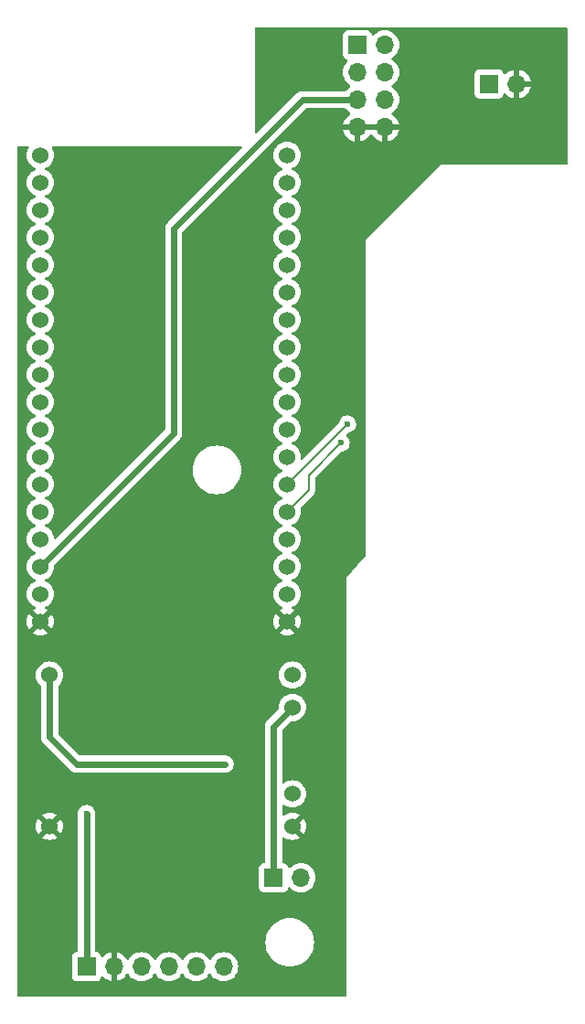
<source format=gbr>
%TF.GenerationSoftware,KiCad,Pcbnew,8.0.8*%
%TF.CreationDate,2025-07-12T12:46:12+02:00*%
%TF.ProjectId,lora_sensor_case-sensor_bottom,6c6f7261-5f73-4656-9e73-6f725f636173,rev?*%
%TF.SameCoordinates,Original*%
%TF.FileFunction,Copper,L2,Bot*%
%TF.FilePolarity,Positive*%
%FSLAX46Y46*%
G04 Gerber Fmt 4.6, Leading zero omitted, Abs format (unit mm)*
G04 Created by KiCad (PCBNEW 8.0.8) date 2025-07-12 12:46:12*
%MOMM*%
%LPD*%
G01*
G04 APERTURE LIST*
%TA.AperFunction,ComponentPad*%
%ADD10R,1.700000X1.700000*%
%TD*%
%TA.AperFunction,ComponentPad*%
%ADD11O,1.700000X1.700000*%
%TD*%
%TA.AperFunction,ComponentPad*%
%ADD12C,1.524000*%
%TD*%
%TA.AperFunction,ViaPad*%
%ADD13C,0.600000*%
%TD*%
%TA.AperFunction,Conductor*%
%ADD14C,0.600000*%
%TD*%
%TA.AperFunction,Conductor*%
%ADD15C,0.200000*%
%TD*%
G04 APERTURE END LIST*
D10*
%TO.P,J1,1,Pin_1*%
%TO.N,VCC*%
X126250000Y-122250000D03*
D11*
%TO.P,J1,2,Pin_2*%
%TO.N,GNDA*%
X128790000Y-122250000D03*
%TD*%
D12*
%TO.P,U1,1,GND*%
%TO.N,GND*%
X127500000Y-98540000D03*
%TO.P,U1,2,5V*%
%TO.N,+5V*%
X127500000Y-96000000D03*
%TO.P,U1,3,Vext*%
%TO.N,unconnected-(U1-Vext-Pad3)*%
X127500000Y-93460000D03*
%TO.P,U1,4,Vext*%
%TO.N,unconnected-(U1-Vext-Pad4)*%
X127500000Y-90920000D03*
%TO.P,U1,5,RX*%
%TO.N,/UART_RX*%
X127500000Y-88380000D03*
%TO.P,U1,6,TX*%
%TO.N,/UART_TX*%
X127500000Y-85840000D03*
%TO.P,U1,7,RST*%
%TO.N,unconnected-(U1-RST-Pad7)*%
X127500000Y-83300000D03*
%TO.P,U1,8,0*%
%TO.N,unconnected-(U1-0-Pad8)*%
X127500000Y-80760000D03*
%TO.P,U1,9,36*%
%TO.N,unconnected-(U1-36-Pad9)*%
X127500000Y-78220000D03*
%TO.P,U1,10,35*%
%TO.N,unconnected-(U1-35-Pad10)*%
X127500000Y-75680000D03*
%TO.P,U1,11,34*%
%TO.N,/GPIO_34*%
X127500000Y-73140000D03*
%TO.P,U1,12,33*%
%TO.N,/GPIO_33*%
X127500000Y-70600000D03*
%TO.P,U1,13,SPI_CLK_P*%
%TO.N,unconnected-(U1-SPI_CLK_P-Pad13)*%
X127500000Y-68060000D03*
%TO.P,U1,14,SPI_CLK_N*%
%TO.N,unconnected-(U1-SPI_CLK_N-Pad14)*%
X127500000Y-65520000D03*
%TO.P,U1,15,26*%
%TO.N,unconnected-(U1-26-Pad15)*%
X127500000Y-62980000D03*
%TO.P,U1,16,21*%
%TO.N,unconnected-(U1-21-Pad16)*%
X127500000Y-60440000D03*
%TO.P,U1,17,20*%
%TO.N,unconnected-(U1-20-Pad17)*%
X127500000Y-57900000D03*
%TO.P,U1,18,19*%
%TO.N,unconnected-(U1-19-Pad18)*%
X127500000Y-55360000D03*
%TO.P,U1,19,GND*%
%TO.N,GND*%
X104640000Y-98540000D03*
%TO.P,U1,20,3.3*%
%TO.N,unconnected-(U1-3.3-Pad20)*%
X104640000Y-96000000D03*
%TO.P,U1,21,3.3*%
%TO.N,+3V3*%
X104640000Y-93460000D03*
%TO.P,U1,22,37*%
%TO.N,unconnected-(U1-37-Pad22)*%
X104640000Y-90920000D03*
%TO.P,U1,23,46*%
%TO.N,unconnected-(U1-46-Pad23)*%
X104640000Y-88380000D03*
%TO.P,U1,24,45*%
%TO.N,unconnected-(U1-45-Pad24)*%
X104640000Y-85840000D03*
%TO.P,U1,25,42*%
%TO.N,/SCL*%
X104640000Y-83300000D03*
%TO.P,U1,26,41*%
%TO.N,/SDA*%
X104640000Y-80760000D03*
%TO.P,U1,27,40*%
%TO.N,unconnected-(U1-40-Pad27)*%
X104640000Y-78220000D03*
%TO.P,U1,28,39*%
%TO.N,unconnected-(U1-39-Pad28)*%
X104640000Y-75680000D03*
%TO.P,U1,29,38*%
%TO.N,unconnected-(U1-38-Pad29)*%
X104640000Y-73140000D03*
%TO.P,U1,30,1*%
%TO.N,unconnected-(U1-1-Pad30)*%
X104640000Y-70600000D03*
%TO.P,U1,31,2*%
%TO.N,unconnected-(U1-2-Pad31)*%
X104640000Y-68060000D03*
%TO.P,U1,32,3*%
%TO.N,unconnected-(U1-3-Pad32)*%
X104640000Y-65520000D03*
%TO.P,U1,33,4*%
%TO.N,unconnected-(U1-4-Pad33)*%
X104640000Y-62980000D03*
%TO.P,U1,34,5*%
%TO.N,unconnected-(U1-5-Pad34)*%
X104640000Y-60440000D03*
%TO.P,U1,35,6*%
%TO.N,unconnected-(U1-6-Pad35)*%
X104640000Y-57900000D03*
%TO.P,U1,36,7*%
%TO.N,unconnected-(U1-7-Pad36)*%
X104640000Y-55360000D03*
%TD*%
D10*
%TO.P,U2,1,VCC*%
%TO.N,+3V3*%
X108920000Y-130500000D03*
D11*
%TO.P,U2,2,GND*%
%TO.N,GND*%
X111460000Y-130500000D03*
%TO.P,U2,3,SCL*%
%TO.N,/SCL*%
X114000000Y-130500000D03*
%TO.P,U2,4,SDA*%
%TO.N,/SDA*%
X116540000Y-130500000D03*
%TO.P,U2,5,CSB*%
%TO.N,unconnected-(U2-CSB-Pad5)*%
X119080000Y-130500000D03*
%TO.P,U2,6,SDO*%
%TO.N,unconnected-(U2-SDO-Pad6)*%
X121620000Y-130500000D03*
%TD*%
D12*
%TO.P,U4,1,In+*%
%TO.N,VDD*%
X105500000Y-103500000D03*
%TO.P,U4,2,In-*%
%TO.N,GND*%
X105500000Y-117500000D03*
%TO.P,U4,3,Out+*%
%TO.N,VCC*%
X128000000Y-103500000D03*
%TO.P,U4,4,Bat+*%
X128000000Y-106500000D03*
%TO.P,U4,5,Bat-*%
%TO.N,GNDA*%
X128000000Y-114500000D03*
%TO.P,U4,6,Out-*%
%TO.N,GND*%
X128000000Y-117500000D03*
%TD*%
D10*
%TO.P,J3,1,Pin_1*%
%TO.N,VDD*%
X146210000Y-48750000D03*
D11*
%TO.P,J3,2,Pin_2*%
%TO.N,GND*%
X148750000Y-48750000D03*
%TD*%
D10*
%TO.P,J2,1,Pin_1*%
%TO.N,/GPIO_34*%
X134000000Y-45130000D03*
D11*
%TO.P,J2,2,Pin_2*%
%TO.N,/UART_TX*%
X136540000Y-45130000D03*
%TO.P,J2,3,Pin_3*%
%TO.N,/GPIO_33*%
X134000000Y-47670000D03*
%TO.P,J2,4,Pin_4*%
%TO.N,/UART_RX*%
X136540000Y-47670000D03*
%TO.P,J2,5,Pin_5*%
%TO.N,+3V3*%
X134000000Y-50210000D03*
%TO.P,J2,6,Pin_6*%
%TO.N,+5V*%
X136540000Y-50210000D03*
%TO.P,J2,7,Pin_7*%
%TO.N,GND*%
X134000000Y-52750000D03*
%TO.P,J2,8,Pin_8*%
X136540000Y-52750000D03*
%TD*%
D13*
%TO.N,GND*%
X111500000Y-68500000D03*
%TO.N,+3V3*%
X108920000Y-116330000D03*
%TO.N,/UART_TX*%
X133100000Y-80250000D03*
%TO.N,/UART_RX*%
X132500000Y-82000000D03*
%TO.N,VDD*%
X121750000Y-111750000D03*
%TD*%
D14*
%TO.N,+3V3*%
X117000000Y-62131371D02*
X117000000Y-81100000D01*
X108920000Y-130500000D02*
X108920000Y-116330000D01*
X117000000Y-81100000D02*
X104640000Y-93460000D01*
X134000000Y-50210000D02*
X128921371Y-50210000D01*
X128921371Y-50210000D02*
X117000000Y-62131371D01*
D15*
%TO.N,/UART_TX*%
X133090000Y-80250000D02*
X133100000Y-80250000D01*
X127500000Y-85840000D02*
X133090000Y-80250000D01*
%TO.N,/UART_RX*%
X127500000Y-88380000D02*
X129500000Y-86380000D01*
X129500000Y-86380000D02*
X129500000Y-85000000D01*
X129500000Y-85000000D02*
X132500000Y-82000000D01*
D14*
%TO.N,VDD*%
X105500000Y-109250000D02*
X105500000Y-103500000D01*
X108000000Y-111750000D02*
X105500000Y-109250000D01*
X121750000Y-111750000D02*
X108000000Y-111750000D01*
%TO.N,VCC*%
X126250000Y-108250000D02*
X126250000Y-122250000D01*
X128000000Y-106500000D02*
X126250000Y-108250000D01*
%TD*%
%TA.AperFunction,Conductor*%
%TO.N,GND*%
G36*
X153442539Y-43520185D02*
G01*
X153488294Y-43572989D01*
X153499500Y-43624500D01*
X153499500Y-56126000D01*
X153479815Y-56193039D01*
X153427011Y-56238794D01*
X153375500Y-56250000D01*
X141749999Y-56250000D01*
X134750000Y-63249999D01*
X134750000Y-92453407D01*
X134730315Y-92520446D01*
X134719320Y-92535062D01*
X134028354Y-93324738D01*
X133000000Y-94500000D01*
X133000000Y-94500001D01*
X133000000Y-133125500D01*
X132980315Y-133192539D01*
X132927511Y-133238294D01*
X132876000Y-133249500D01*
X102624500Y-133249500D01*
X102557461Y-133229815D01*
X102511706Y-133177011D01*
X102500500Y-133125500D01*
X102500500Y-129602135D01*
X107569500Y-129602135D01*
X107569500Y-131397870D01*
X107569501Y-131397876D01*
X107575908Y-131457483D01*
X107626202Y-131592328D01*
X107626206Y-131592335D01*
X107712452Y-131707544D01*
X107712455Y-131707547D01*
X107827664Y-131793793D01*
X107827671Y-131793797D01*
X107962517Y-131844091D01*
X107962516Y-131844091D01*
X107969444Y-131844835D01*
X108022127Y-131850500D01*
X109817872Y-131850499D01*
X109877483Y-131844091D01*
X110012331Y-131793796D01*
X110127546Y-131707546D01*
X110213796Y-131592331D01*
X110263002Y-131460401D01*
X110304872Y-131404468D01*
X110370337Y-131380050D01*
X110438610Y-131394901D01*
X110466865Y-131416053D01*
X110588917Y-131538105D01*
X110782421Y-131673600D01*
X110996507Y-131773429D01*
X110996516Y-131773433D01*
X111210000Y-131830634D01*
X111210000Y-130933012D01*
X111267007Y-130965925D01*
X111394174Y-131000000D01*
X111525826Y-131000000D01*
X111652993Y-130965925D01*
X111710000Y-130933012D01*
X111710000Y-131830633D01*
X111923483Y-131773433D01*
X111923492Y-131773429D01*
X112137578Y-131673600D01*
X112331082Y-131538105D01*
X112498105Y-131371082D01*
X112628119Y-131185405D01*
X112682696Y-131141781D01*
X112752195Y-131134588D01*
X112814549Y-131166110D01*
X112831269Y-131185405D01*
X112961505Y-131371401D01*
X113128599Y-131538495D01*
X113225384Y-131606265D01*
X113322165Y-131674032D01*
X113322167Y-131674033D01*
X113322170Y-131674035D01*
X113536337Y-131773903D01*
X113764592Y-131835063D01*
X113941034Y-131850500D01*
X113999999Y-131855659D01*
X114000000Y-131855659D01*
X114000001Y-131855659D01*
X114058966Y-131850500D01*
X114235408Y-131835063D01*
X114463663Y-131773903D01*
X114677830Y-131674035D01*
X114871401Y-131538495D01*
X115038495Y-131371401D01*
X115168425Y-131185842D01*
X115223002Y-131142217D01*
X115292500Y-131135023D01*
X115354855Y-131166546D01*
X115371575Y-131185842D01*
X115501500Y-131371395D01*
X115501505Y-131371401D01*
X115668599Y-131538495D01*
X115765384Y-131606265D01*
X115862165Y-131674032D01*
X115862167Y-131674033D01*
X115862170Y-131674035D01*
X116076337Y-131773903D01*
X116304592Y-131835063D01*
X116481034Y-131850500D01*
X116539999Y-131855659D01*
X116540000Y-131855659D01*
X116540001Y-131855659D01*
X116598966Y-131850500D01*
X116775408Y-131835063D01*
X117003663Y-131773903D01*
X117217830Y-131674035D01*
X117411401Y-131538495D01*
X117578495Y-131371401D01*
X117708425Y-131185842D01*
X117763002Y-131142217D01*
X117832500Y-131135023D01*
X117894855Y-131166546D01*
X117911575Y-131185842D01*
X118041500Y-131371395D01*
X118041505Y-131371401D01*
X118208599Y-131538495D01*
X118305384Y-131606265D01*
X118402165Y-131674032D01*
X118402167Y-131674033D01*
X118402170Y-131674035D01*
X118616337Y-131773903D01*
X118844592Y-131835063D01*
X119021034Y-131850500D01*
X119079999Y-131855659D01*
X119080000Y-131855659D01*
X119080001Y-131855659D01*
X119138966Y-131850500D01*
X119315408Y-131835063D01*
X119543663Y-131773903D01*
X119757830Y-131674035D01*
X119951401Y-131538495D01*
X120118495Y-131371401D01*
X120248425Y-131185842D01*
X120303002Y-131142217D01*
X120372500Y-131135023D01*
X120434855Y-131166546D01*
X120451575Y-131185842D01*
X120581500Y-131371395D01*
X120581505Y-131371401D01*
X120748599Y-131538495D01*
X120845384Y-131606265D01*
X120942165Y-131674032D01*
X120942167Y-131674033D01*
X120942170Y-131674035D01*
X121156337Y-131773903D01*
X121384592Y-131835063D01*
X121561034Y-131850500D01*
X121619999Y-131855659D01*
X121620000Y-131855659D01*
X121620001Y-131855659D01*
X121678966Y-131850500D01*
X121855408Y-131835063D01*
X122083663Y-131773903D01*
X122297830Y-131674035D01*
X122491401Y-131538495D01*
X122658495Y-131371401D01*
X122794035Y-131177830D01*
X122893903Y-130963663D01*
X122955063Y-130735408D01*
X122975659Y-130500000D01*
X122955063Y-130264592D01*
X122893903Y-130036337D01*
X122794035Y-129822171D01*
X122788731Y-129814595D01*
X122658494Y-129628597D01*
X122491402Y-129461506D01*
X122491395Y-129461501D01*
X122297834Y-129325967D01*
X122297830Y-129325965D01*
X122297828Y-129325964D01*
X122083663Y-129226097D01*
X122083659Y-129226096D01*
X122083655Y-129226094D01*
X121855413Y-129164938D01*
X121855403Y-129164936D01*
X121620001Y-129144341D01*
X121619999Y-129144341D01*
X121384596Y-129164936D01*
X121384586Y-129164938D01*
X121156344Y-129226094D01*
X121156335Y-129226098D01*
X120942171Y-129325964D01*
X120942169Y-129325965D01*
X120748597Y-129461505D01*
X120581505Y-129628597D01*
X120451575Y-129814158D01*
X120396998Y-129857783D01*
X120327500Y-129864977D01*
X120265145Y-129833454D01*
X120248425Y-129814158D01*
X120118494Y-129628597D01*
X119951402Y-129461506D01*
X119951395Y-129461501D01*
X119757834Y-129325967D01*
X119757830Y-129325965D01*
X119757828Y-129325964D01*
X119543663Y-129226097D01*
X119543659Y-129226096D01*
X119543655Y-129226094D01*
X119315413Y-129164938D01*
X119315403Y-129164936D01*
X119080001Y-129144341D01*
X119079999Y-129144341D01*
X118844596Y-129164936D01*
X118844586Y-129164938D01*
X118616344Y-129226094D01*
X118616335Y-129226098D01*
X118402171Y-129325964D01*
X118402169Y-129325965D01*
X118208597Y-129461505D01*
X118041505Y-129628597D01*
X117911575Y-129814158D01*
X117856998Y-129857783D01*
X117787500Y-129864977D01*
X117725145Y-129833454D01*
X117708425Y-129814158D01*
X117578494Y-129628597D01*
X117411402Y-129461506D01*
X117411395Y-129461501D01*
X117217834Y-129325967D01*
X117217830Y-129325965D01*
X117217828Y-129325964D01*
X117003663Y-129226097D01*
X117003659Y-129226096D01*
X117003655Y-129226094D01*
X116775413Y-129164938D01*
X116775403Y-129164936D01*
X116540001Y-129144341D01*
X116539999Y-129144341D01*
X116304596Y-129164936D01*
X116304586Y-129164938D01*
X116076344Y-129226094D01*
X116076335Y-129226098D01*
X115862171Y-129325964D01*
X115862169Y-129325965D01*
X115668597Y-129461505D01*
X115501505Y-129628597D01*
X115371575Y-129814158D01*
X115316998Y-129857783D01*
X115247500Y-129864977D01*
X115185145Y-129833454D01*
X115168425Y-129814158D01*
X115038494Y-129628597D01*
X114871402Y-129461506D01*
X114871395Y-129461501D01*
X114677834Y-129325967D01*
X114677830Y-129325965D01*
X114677828Y-129325964D01*
X114463663Y-129226097D01*
X114463659Y-129226096D01*
X114463655Y-129226094D01*
X114235413Y-129164938D01*
X114235403Y-129164936D01*
X114000001Y-129144341D01*
X113999999Y-129144341D01*
X113764596Y-129164936D01*
X113764586Y-129164938D01*
X113536344Y-129226094D01*
X113536335Y-129226098D01*
X113322171Y-129325964D01*
X113322169Y-129325965D01*
X113128597Y-129461505D01*
X112961508Y-129628594D01*
X112831269Y-129814595D01*
X112776692Y-129858219D01*
X112707193Y-129865412D01*
X112644839Y-129833890D01*
X112628119Y-129814594D01*
X112498113Y-129628926D01*
X112498108Y-129628920D01*
X112331082Y-129461894D01*
X112137578Y-129326399D01*
X111923492Y-129226570D01*
X111923486Y-129226567D01*
X111710000Y-129169364D01*
X111710000Y-130066988D01*
X111652993Y-130034075D01*
X111525826Y-130000000D01*
X111394174Y-130000000D01*
X111267007Y-130034075D01*
X111210000Y-130066988D01*
X111210000Y-129169364D01*
X111209999Y-129169364D01*
X110996513Y-129226567D01*
X110996507Y-129226570D01*
X110782422Y-129326399D01*
X110782420Y-129326400D01*
X110588926Y-129461886D01*
X110466865Y-129583947D01*
X110405542Y-129617431D01*
X110335850Y-129612447D01*
X110279917Y-129570575D01*
X110263002Y-129539598D01*
X110240966Y-129480517D01*
X110213796Y-129407669D01*
X110213795Y-129407668D01*
X110213793Y-129407664D01*
X110127547Y-129292455D01*
X110127544Y-129292452D01*
X110012335Y-129206206D01*
X110012328Y-129206202D01*
X109877483Y-129155908D01*
X109831243Y-129150937D01*
X109766693Y-129124199D01*
X109726845Y-129066806D01*
X109720500Y-129027648D01*
X109720500Y-128249992D01*
X125494671Y-128249992D01*
X125494671Y-128250007D01*
X125513964Y-128544363D01*
X125513965Y-128544373D01*
X125513966Y-128544380D01*
X125513968Y-128544390D01*
X125571518Y-128833716D01*
X125571521Y-128833730D01*
X125666349Y-129113080D01*
X125796825Y-129377660D01*
X125796829Y-129377667D01*
X125960725Y-129622955D01*
X126155241Y-129844758D01*
X126332261Y-130000000D01*
X126377043Y-130039273D01*
X126622335Y-130203172D01*
X126886923Y-130333652D01*
X127166278Y-130428481D01*
X127455620Y-130486034D01*
X127483888Y-130487886D01*
X127749993Y-130505329D01*
X127750000Y-130505329D01*
X127750007Y-130505329D01*
X127985675Y-130489881D01*
X128044380Y-130486034D01*
X128333722Y-130428481D01*
X128613077Y-130333652D01*
X128877665Y-130203172D01*
X129122957Y-130039273D01*
X129344758Y-129844758D01*
X129539273Y-129622957D01*
X129703172Y-129377665D01*
X129833652Y-129113077D01*
X129928481Y-128833722D01*
X129986034Y-128544380D01*
X130005329Y-128250000D01*
X130005329Y-128249992D01*
X129986035Y-127955636D01*
X129986034Y-127955620D01*
X129928481Y-127666278D01*
X129833652Y-127386923D01*
X129703172Y-127122336D01*
X129539273Y-126877043D01*
X129496655Y-126828447D01*
X129344758Y-126655241D01*
X129122955Y-126460725D01*
X128877667Y-126296829D01*
X128877660Y-126296825D01*
X128613080Y-126166349D01*
X128333730Y-126071521D01*
X128333724Y-126071519D01*
X128333722Y-126071519D01*
X128044380Y-126013966D01*
X128044373Y-126013965D01*
X128044363Y-126013964D01*
X127750007Y-125994671D01*
X127749993Y-125994671D01*
X127455636Y-126013964D01*
X127455624Y-126013965D01*
X127455620Y-126013966D01*
X127455612Y-126013967D01*
X127455609Y-126013968D01*
X127166283Y-126071518D01*
X127166269Y-126071521D01*
X126886919Y-126166349D01*
X126622334Y-126296828D01*
X126377041Y-126460728D01*
X126155241Y-126655241D01*
X125960728Y-126877041D01*
X125796828Y-127122334D01*
X125666349Y-127386919D01*
X125571521Y-127666269D01*
X125571518Y-127666283D01*
X125513968Y-127955609D01*
X125513964Y-127955636D01*
X125494671Y-128249992D01*
X109720500Y-128249992D01*
X109720500Y-121352135D01*
X124899500Y-121352135D01*
X124899500Y-123147870D01*
X124899501Y-123147876D01*
X124905908Y-123207483D01*
X124956202Y-123342328D01*
X124956206Y-123342335D01*
X125042452Y-123457544D01*
X125042455Y-123457547D01*
X125157664Y-123543793D01*
X125157671Y-123543797D01*
X125292517Y-123594091D01*
X125292516Y-123594091D01*
X125299444Y-123594835D01*
X125352127Y-123600500D01*
X127147872Y-123600499D01*
X127207483Y-123594091D01*
X127342331Y-123543796D01*
X127457546Y-123457546D01*
X127543796Y-123342331D01*
X127592810Y-123210916D01*
X127634681Y-123154984D01*
X127700145Y-123130566D01*
X127768418Y-123145417D01*
X127796673Y-123166569D01*
X127918599Y-123288495D01*
X128015384Y-123356265D01*
X128112165Y-123424032D01*
X128112167Y-123424033D01*
X128112170Y-123424035D01*
X128326337Y-123523903D01*
X128554592Y-123585063D01*
X128731034Y-123600500D01*
X128789999Y-123605659D01*
X128790000Y-123605659D01*
X128790001Y-123605659D01*
X128848966Y-123600500D01*
X129025408Y-123585063D01*
X129253663Y-123523903D01*
X129467830Y-123424035D01*
X129661401Y-123288495D01*
X129828495Y-123121401D01*
X129964035Y-122927830D01*
X130063903Y-122713663D01*
X130125063Y-122485408D01*
X130145659Y-122250000D01*
X130125063Y-122014592D01*
X130063903Y-121786337D01*
X129964035Y-121572171D01*
X129828495Y-121378599D01*
X129828494Y-121378597D01*
X129661402Y-121211506D01*
X129661395Y-121211501D01*
X129467834Y-121075967D01*
X129467830Y-121075965D01*
X129467828Y-121075964D01*
X129253663Y-120976097D01*
X129253659Y-120976096D01*
X129253655Y-120976094D01*
X129025413Y-120914938D01*
X129025403Y-120914936D01*
X128790001Y-120894341D01*
X128789999Y-120894341D01*
X128554596Y-120914936D01*
X128554586Y-120914938D01*
X128326344Y-120976094D01*
X128326335Y-120976098D01*
X128112171Y-121075964D01*
X128112169Y-121075965D01*
X127918600Y-121211503D01*
X127796673Y-121333430D01*
X127735350Y-121366914D01*
X127665658Y-121361930D01*
X127609725Y-121320058D01*
X127592810Y-121289081D01*
X127543797Y-121157671D01*
X127543793Y-121157664D01*
X127457547Y-121042455D01*
X127457544Y-121042452D01*
X127342335Y-120956206D01*
X127342328Y-120956202D01*
X127207483Y-120905908D01*
X127161243Y-120900937D01*
X127096693Y-120874199D01*
X127056845Y-120816806D01*
X127050500Y-120777648D01*
X127050500Y-118613972D01*
X127070185Y-118546933D01*
X127122989Y-118501178D01*
X127192147Y-118491234D01*
X127245624Y-118512398D01*
X127366582Y-118597094D01*
X127366592Y-118597100D01*
X127566715Y-118690419D01*
X127566729Y-118690424D01*
X127780013Y-118747573D01*
X127780023Y-118747575D01*
X127999999Y-118766821D01*
X128000001Y-118766821D01*
X128219976Y-118747575D01*
X128219986Y-118747573D01*
X128433270Y-118690424D01*
X128433284Y-118690419D01*
X128633407Y-118597100D01*
X128633417Y-118597094D01*
X128698188Y-118551741D01*
X128027447Y-117881000D01*
X128050160Y-117881000D01*
X128147061Y-117855036D01*
X128233940Y-117804876D01*
X128304876Y-117733940D01*
X128355036Y-117647061D01*
X128381000Y-117550160D01*
X128381000Y-117527447D01*
X129051741Y-118198188D01*
X129097094Y-118133417D01*
X129097100Y-118133407D01*
X129190419Y-117933284D01*
X129190424Y-117933270D01*
X129247573Y-117719986D01*
X129247575Y-117719976D01*
X129266821Y-117500000D01*
X129266821Y-117499999D01*
X129247575Y-117280023D01*
X129247573Y-117280013D01*
X129190424Y-117066729D01*
X129190420Y-117066720D01*
X129097096Y-116866586D01*
X129051741Y-116801811D01*
X129051740Y-116801810D01*
X128381000Y-117472551D01*
X128381000Y-117449840D01*
X128355036Y-117352939D01*
X128304876Y-117266060D01*
X128233940Y-117195124D01*
X128147061Y-117144964D01*
X128050160Y-117119000D01*
X128027446Y-117119000D01*
X128698188Y-116448258D01*
X128633411Y-116402901D01*
X128633405Y-116402898D01*
X128433284Y-116309580D01*
X128433270Y-116309575D01*
X128219986Y-116252426D01*
X128219976Y-116252424D01*
X128000001Y-116233179D01*
X127999999Y-116233179D01*
X127780023Y-116252424D01*
X127780013Y-116252426D01*
X127566729Y-116309575D01*
X127566720Y-116309579D01*
X127366591Y-116402900D01*
X127366589Y-116402901D01*
X127245623Y-116487602D01*
X127179416Y-116509929D01*
X127111649Y-116492918D01*
X127063837Y-116441970D01*
X127050500Y-116386027D01*
X127050500Y-115614583D01*
X127070185Y-115547544D01*
X127122989Y-115501789D01*
X127192147Y-115491845D01*
X127245619Y-115513006D01*
X127366338Y-115597534D01*
X127566550Y-115690894D01*
X127779932Y-115748070D01*
X127937123Y-115761822D01*
X127999998Y-115767323D01*
X128000000Y-115767323D01*
X128000002Y-115767323D01*
X128055017Y-115762509D01*
X128220068Y-115748070D01*
X128433450Y-115690894D01*
X128633662Y-115597534D01*
X128814620Y-115470826D01*
X128970826Y-115314620D01*
X129097534Y-115133662D01*
X129190894Y-114933450D01*
X129248070Y-114720068D01*
X129267323Y-114500000D01*
X129248070Y-114279932D01*
X129190894Y-114066550D01*
X129097534Y-113866339D01*
X128970826Y-113685380D01*
X128814620Y-113529174D01*
X128814616Y-113529171D01*
X128814615Y-113529170D01*
X128633666Y-113402468D01*
X128633662Y-113402466D01*
X128597098Y-113385416D01*
X128433450Y-113309106D01*
X128433447Y-113309105D01*
X128433445Y-113309104D01*
X128220070Y-113251930D01*
X128220062Y-113251929D01*
X128000002Y-113232677D01*
X127999998Y-113232677D01*
X127779937Y-113251929D01*
X127779929Y-113251930D01*
X127566554Y-113309104D01*
X127566548Y-113309107D01*
X127366340Y-113402465D01*
X127366338Y-113402466D01*
X127245623Y-113486991D01*
X127179416Y-113509319D01*
X127111649Y-113492307D01*
X127063837Y-113441359D01*
X127050500Y-113385416D01*
X127050500Y-108632939D01*
X127070185Y-108565900D01*
X127086815Y-108545262D01*
X127834750Y-107797326D01*
X127896071Y-107763843D01*
X127933232Y-107761481D01*
X128000000Y-107767323D01*
X128000000Y-107767322D01*
X128000001Y-107767323D01*
X128000002Y-107767323D01*
X128066776Y-107761481D01*
X128220068Y-107748070D01*
X128433450Y-107690894D01*
X128633662Y-107597534D01*
X128814620Y-107470826D01*
X128970826Y-107314620D01*
X129097534Y-107133662D01*
X129190894Y-106933450D01*
X129248070Y-106720068D01*
X129267323Y-106500000D01*
X129248070Y-106279932D01*
X129190894Y-106066550D01*
X129097534Y-105866339D01*
X128970826Y-105685380D01*
X128814620Y-105529174D01*
X128814616Y-105529171D01*
X128814615Y-105529170D01*
X128633666Y-105402468D01*
X128633662Y-105402466D01*
X128633660Y-105402465D01*
X128433450Y-105309106D01*
X128433447Y-105309105D01*
X128433445Y-105309104D01*
X128220070Y-105251930D01*
X128220062Y-105251929D01*
X128000002Y-105232677D01*
X127999998Y-105232677D01*
X127779937Y-105251929D01*
X127779929Y-105251930D01*
X127566554Y-105309104D01*
X127566548Y-105309107D01*
X127366340Y-105402465D01*
X127366338Y-105402466D01*
X127185377Y-105529175D01*
X127029175Y-105685377D01*
X126902466Y-105866338D01*
X126902465Y-105866340D01*
X126809107Y-106066548D01*
X126809104Y-106066554D01*
X126751930Y-106279929D01*
X126751929Y-106279937D01*
X126732677Y-106499997D01*
X126732677Y-106500003D01*
X126738517Y-106566763D01*
X126724750Y-106635263D01*
X126702670Y-106665250D01*
X125897098Y-107470824D01*
X125739711Y-107628211D01*
X125683960Y-107683962D01*
X125628209Y-107739712D01*
X125540609Y-107870814D01*
X125540602Y-107870827D01*
X125480264Y-108016498D01*
X125480261Y-108016510D01*
X125449500Y-108171153D01*
X125449500Y-120777648D01*
X125429815Y-120844687D01*
X125377011Y-120890442D01*
X125338755Y-120900938D01*
X125292516Y-120905909D01*
X125157671Y-120956202D01*
X125157664Y-120956206D01*
X125042455Y-121042452D01*
X125042452Y-121042455D01*
X124956206Y-121157664D01*
X124956202Y-121157671D01*
X124905908Y-121292517D01*
X124899501Y-121352116D01*
X124899500Y-121352135D01*
X109720500Y-121352135D01*
X109720500Y-116381914D01*
X109721280Y-116368029D01*
X109725565Y-116330001D01*
X109725565Y-116329998D01*
X109721280Y-116291969D01*
X109720500Y-116278085D01*
X109720500Y-116251157D01*
X109712711Y-116212003D01*
X109711110Y-116201714D01*
X109705368Y-116150745D01*
X109697023Y-116126898D01*
X109692449Y-116110139D01*
X109689737Y-116096503D01*
X109689734Y-116096496D01*
X109681253Y-116076021D01*
X109669484Y-116047607D01*
X109667028Y-116041175D01*
X109645789Y-115980478D01*
X109639289Y-115970134D01*
X109629719Y-115951606D01*
X109629394Y-115950821D01*
X109592790Y-115896040D01*
X109590905Y-115893131D01*
X109549816Y-115827738D01*
X109422262Y-115700184D01*
X109422260Y-115700182D01*
X109422257Y-115700180D01*
X109356900Y-115659114D01*
X109353982Y-115657223D01*
X109299179Y-115620605D01*
X109299173Y-115620603D01*
X109298365Y-115620268D01*
X109279865Y-115610709D01*
X109269524Y-115604212D01*
X109269523Y-115604211D01*
X109269522Y-115604211D01*
X109208867Y-115582986D01*
X109202377Y-115580509D01*
X109153496Y-115560262D01*
X109139860Y-115557550D01*
X109123104Y-115552976D01*
X109099260Y-115544633D01*
X109099256Y-115544632D01*
X109099255Y-115544632D01*
X109078575Y-115542301D01*
X109048303Y-115538890D01*
X109038003Y-115537288D01*
X108998844Y-115529500D01*
X108998842Y-115529500D01*
X108971915Y-115529500D01*
X108958031Y-115528720D01*
X108920002Y-115524435D01*
X108919998Y-115524435D01*
X108881969Y-115528720D01*
X108868085Y-115529500D01*
X108841152Y-115529500D01*
X108801994Y-115537288D01*
X108791696Y-115538890D01*
X108740742Y-115544632D01*
X108740735Y-115544634D01*
X108716898Y-115552975D01*
X108700140Y-115557550D01*
X108686502Y-115560263D01*
X108686496Y-115560264D01*
X108637631Y-115580504D01*
X108631140Y-115582982D01*
X108570477Y-115604210D01*
X108570474Y-115604212D01*
X108560127Y-115610713D01*
X108541639Y-115620266D01*
X108540832Y-115620600D01*
X108540824Y-115620604D01*
X108486047Y-115657204D01*
X108483132Y-115659092D01*
X108417742Y-115700180D01*
X108417735Y-115700186D01*
X108290186Y-115827735D01*
X108290180Y-115827742D01*
X108249092Y-115893132D01*
X108247204Y-115896047D01*
X108210604Y-115950824D01*
X108210600Y-115950832D01*
X108210266Y-115951639D01*
X108200713Y-115970127D01*
X108194212Y-115980474D01*
X108194210Y-115980477D01*
X108172982Y-116041140D01*
X108170504Y-116047631D01*
X108150264Y-116096496D01*
X108150263Y-116096502D01*
X108147550Y-116110140D01*
X108142975Y-116126898D01*
X108134634Y-116150735D01*
X108134632Y-116150742D01*
X108128890Y-116201696D01*
X108127288Y-116211994D01*
X108119500Y-116251152D01*
X108119500Y-116278085D01*
X108118720Y-116291969D01*
X108114435Y-116329998D01*
X108114435Y-116330001D01*
X108118720Y-116368029D01*
X108119500Y-116381914D01*
X108119500Y-129027648D01*
X108099815Y-129094687D01*
X108047011Y-129140442D01*
X108008755Y-129150938D01*
X107962516Y-129155909D01*
X107827671Y-129206202D01*
X107827664Y-129206206D01*
X107712455Y-129292452D01*
X107712452Y-129292455D01*
X107626206Y-129407664D01*
X107626202Y-129407671D01*
X107575908Y-129542517D01*
X107569501Y-129602116D01*
X107569500Y-129602135D01*
X102500500Y-129602135D01*
X102500500Y-117499999D01*
X104233179Y-117499999D01*
X104233179Y-117500000D01*
X104252424Y-117719976D01*
X104252426Y-117719986D01*
X104309575Y-117933270D01*
X104309580Y-117933284D01*
X104402898Y-118133405D01*
X104402901Y-118133411D01*
X104448258Y-118198187D01*
X104448258Y-118198188D01*
X105119000Y-117527446D01*
X105119000Y-117550160D01*
X105144964Y-117647061D01*
X105195124Y-117733940D01*
X105266060Y-117804876D01*
X105352939Y-117855036D01*
X105449840Y-117881000D01*
X105472553Y-117881000D01*
X104801810Y-118551740D01*
X104866590Y-118597099D01*
X104866592Y-118597100D01*
X105066715Y-118690419D01*
X105066729Y-118690424D01*
X105280013Y-118747573D01*
X105280023Y-118747575D01*
X105499999Y-118766821D01*
X105500001Y-118766821D01*
X105719976Y-118747575D01*
X105719986Y-118747573D01*
X105933270Y-118690424D01*
X105933284Y-118690419D01*
X106133407Y-118597100D01*
X106133417Y-118597094D01*
X106198188Y-118551741D01*
X105527448Y-117881000D01*
X105550160Y-117881000D01*
X105647061Y-117855036D01*
X105733940Y-117804876D01*
X105804876Y-117733940D01*
X105855036Y-117647061D01*
X105881000Y-117550160D01*
X105881000Y-117527447D01*
X106551741Y-118198188D01*
X106597094Y-118133417D01*
X106597100Y-118133407D01*
X106690419Y-117933284D01*
X106690424Y-117933270D01*
X106747573Y-117719986D01*
X106747575Y-117719976D01*
X106766821Y-117500000D01*
X106766821Y-117499999D01*
X106747575Y-117280023D01*
X106747573Y-117280013D01*
X106690424Y-117066729D01*
X106690420Y-117066720D01*
X106597096Y-116866586D01*
X106551741Y-116801811D01*
X106551740Y-116801810D01*
X105881000Y-117472551D01*
X105881000Y-117449840D01*
X105855036Y-117352939D01*
X105804876Y-117266060D01*
X105733940Y-117195124D01*
X105647061Y-117144964D01*
X105550160Y-117119000D01*
X105527447Y-117119000D01*
X106198188Y-116448258D01*
X106133411Y-116402901D01*
X106133405Y-116402898D01*
X105933284Y-116309580D01*
X105933270Y-116309575D01*
X105719986Y-116252426D01*
X105719976Y-116252424D01*
X105500001Y-116233179D01*
X105499999Y-116233179D01*
X105280023Y-116252424D01*
X105280013Y-116252426D01*
X105066729Y-116309575D01*
X105066720Y-116309579D01*
X104866590Y-116402901D01*
X104801811Y-116448258D01*
X105472554Y-117119000D01*
X105449840Y-117119000D01*
X105352939Y-117144964D01*
X105266060Y-117195124D01*
X105195124Y-117266060D01*
X105144964Y-117352939D01*
X105119000Y-117449840D01*
X105119000Y-117472553D01*
X104448258Y-116801811D01*
X104402901Y-116866590D01*
X104309579Y-117066720D01*
X104309575Y-117066729D01*
X104252426Y-117280013D01*
X104252424Y-117280023D01*
X104233179Y-117499999D01*
X102500500Y-117499999D01*
X102500500Y-103499997D01*
X104232677Y-103499997D01*
X104232677Y-103500002D01*
X104251929Y-103720062D01*
X104251930Y-103720070D01*
X104309104Y-103933445D01*
X104309105Y-103933447D01*
X104309106Y-103933450D01*
X104402466Y-104133662D01*
X104402468Y-104133666D01*
X104529170Y-104314615D01*
X104529175Y-104314621D01*
X104663181Y-104448627D01*
X104696666Y-104509950D01*
X104699500Y-104536308D01*
X104699500Y-109328846D01*
X104730261Y-109483489D01*
X104730264Y-109483501D01*
X104790602Y-109629172D01*
X104790609Y-109629185D01*
X104878210Y-109760288D01*
X104878213Y-109760292D01*
X107378211Y-112260289D01*
X107489711Y-112371789D01*
X107489712Y-112371790D01*
X107620814Y-112459390D01*
X107620827Y-112459397D01*
X107766498Y-112519735D01*
X107766503Y-112519737D01*
X107921153Y-112550499D01*
X107921156Y-112550500D01*
X107921158Y-112550500D01*
X121698085Y-112550500D01*
X121711969Y-112551280D01*
X121749998Y-112555565D01*
X121750000Y-112555565D01*
X121750002Y-112555565D01*
X121788031Y-112551280D01*
X121801915Y-112550500D01*
X121828841Y-112550500D01*
X121828842Y-112550500D01*
X121868017Y-112542707D01*
X121878283Y-112541110D01*
X121929255Y-112535368D01*
X121953100Y-112527023D01*
X121969862Y-112522448D01*
X121983497Y-112519737D01*
X122032389Y-112499484D01*
X122038837Y-112497023D01*
X122099522Y-112475789D01*
X122109868Y-112469287D01*
X122128390Y-112459720D01*
X122129179Y-112459394D01*
X122183987Y-112422771D01*
X122186825Y-112420931D01*
X122252262Y-112379816D01*
X122379816Y-112252262D01*
X122420931Y-112186825D01*
X122422777Y-112183979D01*
X122459389Y-112129186D01*
X122459394Y-112129179D01*
X122459720Y-112128390D01*
X122469287Y-112109868D01*
X122475789Y-112099522D01*
X122497023Y-112038837D01*
X122499484Y-112032389D01*
X122519737Y-111983497D01*
X122522448Y-111969862D01*
X122527023Y-111953100D01*
X122535368Y-111929255D01*
X122541110Y-111878283D01*
X122542707Y-111868017D01*
X122550500Y-111828842D01*
X122550500Y-111801914D01*
X122551280Y-111788029D01*
X122555565Y-111750001D01*
X122555565Y-111749998D01*
X122551280Y-111711969D01*
X122550500Y-111698085D01*
X122550500Y-111671157D01*
X122542711Y-111632003D01*
X122541110Y-111621714D01*
X122535368Y-111570745D01*
X122527023Y-111546898D01*
X122522449Y-111530139D01*
X122519737Y-111516503D01*
X122499484Y-111467607D01*
X122497028Y-111461175D01*
X122475789Y-111400478D01*
X122469289Y-111390134D01*
X122459719Y-111371606D01*
X122459394Y-111370821D01*
X122422790Y-111316040D01*
X122420905Y-111313131D01*
X122379815Y-111247737D01*
X122252260Y-111120182D01*
X122252257Y-111120180D01*
X122186900Y-111079114D01*
X122183982Y-111077223D01*
X122129179Y-111040605D01*
X122129173Y-111040603D01*
X122128365Y-111040268D01*
X122109865Y-111030709D01*
X122099524Y-111024212D01*
X122099523Y-111024211D01*
X122099522Y-111024211D01*
X122038867Y-111002986D01*
X122032377Y-111000509D01*
X121983496Y-110980262D01*
X121969860Y-110977550D01*
X121953104Y-110972976D01*
X121929260Y-110964633D01*
X121929256Y-110964632D01*
X121929255Y-110964632D01*
X121908575Y-110962301D01*
X121878303Y-110958890D01*
X121868003Y-110957288D01*
X121828844Y-110949500D01*
X121828842Y-110949500D01*
X121801915Y-110949500D01*
X121788031Y-110948720D01*
X121750002Y-110944435D01*
X121749998Y-110944435D01*
X121711969Y-110948720D01*
X121698085Y-110949500D01*
X108382940Y-110949500D01*
X108315901Y-110929815D01*
X108295259Y-110913181D01*
X106336819Y-108954741D01*
X106303334Y-108893418D01*
X106300500Y-108867060D01*
X106300500Y-104536308D01*
X106320185Y-104469269D01*
X106336819Y-104448627D01*
X106470826Y-104314620D01*
X106597534Y-104133662D01*
X106690894Y-103933450D01*
X106748070Y-103720068D01*
X106767323Y-103500000D01*
X106767323Y-103499997D01*
X126732677Y-103499997D01*
X126732677Y-103500002D01*
X126751929Y-103720062D01*
X126751930Y-103720070D01*
X126809104Y-103933445D01*
X126809105Y-103933447D01*
X126809106Y-103933450D01*
X126902466Y-104133662D01*
X126902468Y-104133666D01*
X127029170Y-104314615D01*
X127029175Y-104314621D01*
X127185378Y-104470824D01*
X127185384Y-104470829D01*
X127366333Y-104597531D01*
X127366335Y-104597532D01*
X127366338Y-104597534D01*
X127566550Y-104690894D01*
X127779932Y-104748070D01*
X127937123Y-104761822D01*
X127999998Y-104767323D01*
X128000000Y-104767323D01*
X128000002Y-104767323D01*
X128055017Y-104762509D01*
X128220068Y-104748070D01*
X128433450Y-104690894D01*
X128633662Y-104597534D01*
X128814620Y-104470826D01*
X128970826Y-104314620D01*
X129097534Y-104133662D01*
X129190894Y-103933450D01*
X129248070Y-103720068D01*
X129267323Y-103500000D01*
X129248070Y-103279932D01*
X129190894Y-103066550D01*
X129097534Y-102866339D01*
X128970826Y-102685380D01*
X128814620Y-102529174D01*
X128814616Y-102529171D01*
X128814615Y-102529170D01*
X128633666Y-102402468D01*
X128633662Y-102402466D01*
X128633660Y-102402465D01*
X128433450Y-102309106D01*
X128433447Y-102309105D01*
X128433445Y-102309104D01*
X128220070Y-102251930D01*
X128220062Y-102251929D01*
X128000002Y-102232677D01*
X127999998Y-102232677D01*
X127779937Y-102251929D01*
X127779929Y-102251930D01*
X127566554Y-102309104D01*
X127566548Y-102309107D01*
X127366340Y-102402465D01*
X127366338Y-102402466D01*
X127185377Y-102529175D01*
X127029175Y-102685377D01*
X126902466Y-102866338D01*
X126902465Y-102866340D01*
X126809107Y-103066548D01*
X126809104Y-103066554D01*
X126751930Y-103279929D01*
X126751929Y-103279937D01*
X126732677Y-103499997D01*
X106767323Y-103499997D01*
X106748070Y-103279932D01*
X106690894Y-103066550D01*
X106597534Y-102866339D01*
X106470826Y-102685380D01*
X106314620Y-102529174D01*
X106314616Y-102529171D01*
X106314615Y-102529170D01*
X106133666Y-102402468D01*
X106133662Y-102402466D01*
X106133660Y-102402465D01*
X105933450Y-102309106D01*
X105933447Y-102309105D01*
X105933445Y-102309104D01*
X105720070Y-102251930D01*
X105720062Y-102251929D01*
X105500002Y-102232677D01*
X105499998Y-102232677D01*
X105279937Y-102251929D01*
X105279929Y-102251930D01*
X105066554Y-102309104D01*
X105066548Y-102309107D01*
X104866340Y-102402465D01*
X104866338Y-102402466D01*
X104685377Y-102529175D01*
X104529175Y-102685377D01*
X104402466Y-102866338D01*
X104402465Y-102866340D01*
X104309107Y-103066548D01*
X104309104Y-103066554D01*
X104251930Y-103279929D01*
X104251929Y-103279937D01*
X104232677Y-103499997D01*
X102500500Y-103499997D01*
X102500500Y-54624500D01*
X102520185Y-54557461D01*
X102572989Y-54511706D01*
X102624500Y-54500500D01*
X103462399Y-54500500D01*
X103529438Y-54520185D01*
X103575193Y-54572989D01*
X103585137Y-54642147D01*
X103563974Y-54695621D01*
X103554317Y-54709413D01*
X103542466Y-54726338D01*
X103542465Y-54726340D01*
X103449107Y-54926548D01*
X103449104Y-54926554D01*
X103391930Y-55139929D01*
X103391929Y-55139937D01*
X103372677Y-55359997D01*
X103372677Y-55360002D01*
X103391929Y-55580062D01*
X103391930Y-55580070D01*
X103449104Y-55793445D01*
X103449105Y-55793447D01*
X103449106Y-55793450D01*
X103542466Y-55993662D01*
X103542468Y-55993666D01*
X103669170Y-56174615D01*
X103669175Y-56174621D01*
X103825378Y-56330824D01*
X103825384Y-56330829D01*
X104006333Y-56457531D01*
X104006335Y-56457532D01*
X104006338Y-56457534D01*
X104125748Y-56513215D01*
X104135189Y-56517618D01*
X104187628Y-56563790D01*
X104206780Y-56630984D01*
X104186564Y-56697865D01*
X104135189Y-56742382D01*
X104006340Y-56802465D01*
X104006338Y-56802466D01*
X103825377Y-56929175D01*
X103669175Y-57085377D01*
X103542466Y-57266338D01*
X103542465Y-57266340D01*
X103449107Y-57466548D01*
X103449104Y-57466554D01*
X103391930Y-57679929D01*
X103391929Y-57679937D01*
X103372677Y-57899997D01*
X103372677Y-57900002D01*
X103391929Y-58120062D01*
X103391930Y-58120070D01*
X103449104Y-58333445D01*
X103449105Y-58333447D01*
X103449106Y-58333450D01*
X103542466Y-58533662D01*
X103542468Y-58533666D01*
X103669170Y-58714615D01*
X103669175Y-58714621D01*
X103825378Y-58870824D01*
X103825384Y-58870829D01*
X104006333Y-58997531D01*
X104006335Y-58997532D01*
X104006338Y-58997534D01*
X104125748Y-59053215D01*
X104135189Y-59057618D01*
X104187628Y-59103790D01*
X104206780Y-59170984D01*
X104186564Y-59237865D01*
X104135189Y-59282382D01*
X104006340Y-59342465D01*
X104006338Y-59342466D01*
X103825377Y-59469175D01*
X103669175Y-59625377D01*
X103542466Y-59806338D01*
X103542465Y-59806340D01*
X103449107Y-60006548D01*
X103449104Y-60006554D01*
X103391930Y-60219929D01*
X103391929Y-60219937D01*
X103372677Y-60439997D01*
X103372677Y-60440002D01*
X103391929Y-60660062D01*
X103391930Y-60660070D01*
X103449104Y-60873445D01*
X103449105Y-60873447D01*
X103449106Y-60873450D01*
X103542466Y-61073662D01*
X103542468Y-61073666D01*
X103669170Y-61254615D01*
X103669175Y-61254621D01*
X103825378Y-61410824D01*
X103825384Y-61410829D01*
X104006333Y-61537531D01*
X104006335Y-61537532D01*
X104006338Y-61537534D01*
X104125748Y-61593215D01*
X104135189Y-61597618D01*
X104187628Y-61643790D01*
X104206780Y-61710984D01*
X104186564Y-61777865D01*
X104135189Y-61822382D01*
X104006340Y-61882465D01*
X104006338Y-61882466D01*
X103825377Y-62009175D01*
X103669175Y-62165377D01*
X103542466Y-62346338D01*
X103542465Y-62346340D01*
X103449107Y-62546548D01*
X103449104Y-62546554D01*
X103391930Y-62759929D01*
X103391929Y-62759937D01*
X103372677Y-62979997D01*
X103372677Y-62980002D01*
X103391929Y-63200062D01*
X103391930Y-63200070D01*
X103449104Y-63413445D01*
X103449105Y-63413447D01*
X103449106Y-63413450D01*
X103542466Y-63613662D01*
X103542468Y-63613666D01*
X103669170Y-63794615D01*
X103669175Y-63794621D01*
X103825378Y-63950824D01*
X103825384Y-63950829D01*
X104006333Y-64077531D01*
X104006335Y-64077532D01*
X104006338Y-64077534D01*
X104125748Y-64133215D01*
X104135189Y-64137618D01*
X104187628Y-64183790D01*
X104206780Y-64250984D01*
X104186564Y-64317865D01*
X104135189Y-64362382D01*
X104006340Y-64422465D01*
X104006338Y-64422466D01*
X103825377Y-64549175D01*
X103669175Y-64705377D01*
X103542466Y-64886338D01*
X103542465Y-64886340D01*
X103449107Y-65086548D01*
X103449104Y-65086554D01*
X103391930Y-65299929D01*
X103391929Y-65299937D01*
X103372677Y-65519997D01*
X103372677Y-65520002D01*
X103391929Y-65740062D01*
X103391930Y-65740070D01*
X103449104Y-65953445D01*
X103449105Y-65953447D01*
X103449106Y-65953450D01*
X103542466Y-66153662D01*
X103542468Y-66153666D01*
X103669170Y-66334615D01*
X103669175Y-66334621D01*
X103825378Y-66490824D01*
X103825384Y-66490829D01*
X104006333Y-66617531D01*
X104006335Y-66617532D01*
X104006338Y-66617534D01*
X104125748Y-66673215D01*
X104135189Y-66677618D01*
X104187628Y-66723790D01*
X104206780Y-66790984D01*
X104186564Y-66857865D01*
X104135189Y-66902382D01*
X104006340Y-66962465D01*
X104006338Y-66962466D01*
X103825377Y-67089175D01*
X103669175Y-67245377D01*
X103542466Y-67426338D01*
X103542465Y-67426340D01*
X103449107Y-67626548D01*
X103449104Y-67626554D01*
X103391930Y-67839929D01*
X103391929Y-67839937D01*
X103372677Y-68059997D01*
X103372677Y-68060002D01*
X103391929Y-68280062D01*
X103391930Y-68280070D01*
X103449104Y-68493445D01*
X103449105Y-68493447D01*
X103449106Y-68493450D01*
X103542466Y-68693662D01*
X103542468Y-68693666D01*
X103669170Y-68874615D01*
X103669175Y-68874621D01*
X103825378Y-69030824D01*
X103825384Y-69030829D01*
X104006333Y-69157531D01*
X104006335Y-69157532D01*
X104006338Y-69157534D01*
X104125748Y-69213215D01*
X104135189Y-69217618D01*
X104187628Y-69263790D01*
X104206780Y-69330984D01*
X104186564Y-69397865D01*
X104135189Y-69442382D01*
X104006340Y-69502465D01*
X104006338Y-69502466D01*
X103825377Y-69629175D01*
X103669175Y-69785377D01*
X103542466Y-69966338D01*
X103542465Y-69966340D01*
X103449107Y-70166548D01*
X103449104Y-70166554D01*
X103391930Y-70379929D01*
X103391929Y-70379937D01*
X103372677Y-70599997D01*
X103372677Y-70600002D01*
X103391929Y-70820062D01*
X103391930Y-70820070D01*
X103449104Y-71033445D01*
X103449105Y-71033447D01*
X103449106Y-71033450D01*
X103542466Y-71233662D01*
X103542468Y-71233666D01*
X103669170Y-71414615D01*
X103669175Y-71414621D01*
X103825378Y-71570824D01*
X103825384Y-71570829D01*
X104006333Y-71697531D01*
X104006335Y-71697532D01*
X104006338Y-71697534D01*
X104125748Y-71753215D01*
X104135189Y-71757618D01*
X104187628Y-71803790D01*
X104206780Y-71870984D01*
X104186564Y-71937865D01*
X104135189Y-71982382D01*
X104006340Y-72042465D01*
X104006338Y-72042466D01*
X103825377Y-72169175D01*
X103669175Y-72325377D01*
X103542466Y-72506338D01*
X103542465Y-72506340D01*
X103449107Y-72706548D01*
X103449104Y-72706554D01*
X103391930Y-72919929D01*
X103391929Y-72919937D01*
X103372677Y-73139997D01*
X103372677Y-73140002D01*
X103391929Y-73360062D01*
X103391930Y-73360070D01*
X103449104Y-73573445D01*
X103449105Y-73573447D01*
X103449106Y-73573450D01*
X103542466Y-73773662D01*
X103542468Y-73773666D01*
X103669170Y-73954615D01*
X103669175Y-73954621D01*
X103825378Y-74110824D01*
X103825384Y-74110829D01*
X104006333Y-74237531D01*
X104006335Y-74237532D01*
X104006338Y-74237534D01*
X104125748Y-74293215D01*
X104135189Y-74297618D01*
X104187628Y-74343790D01*
X104206780Y-74410984D01*
X104186564Y-74477865D01*
X104135189Y-74522382D01*
X104006340Y-74582465D01*
X104006338Y-74582466D01*
X103825377Y-74709175D01*
X103669175Y-74865377D01*
X103542466Y-75046338D01*
X103542465Y-75046340D01*
X103449107Y-75246548D01*
X103449104Y-75246554D01*
X103391930Y-75459929D01*
X103391929Y-75459937D01*
X103372677Y-75679997D01*
X103372677Y-75680002D01*
X103391929Y-75900062D01*
X103391930Y-75900070D01*
X103449104Y-76113445D01*
X103449105Y-76113447D01*
X103449106Y-76113450D01*
X103542466Y-76313662D01*
X103542468Y-76313666D01*
X103669170Y-76494615D01*
X103669175Y-76494621D01*
X103825378Y-76650824D01*
X103825384Y-76650829D01*
X104006333Y-76777531D01*
X104006335Y-76777532D01*
X104006338Y-76777534D01*
X104125748Y-76833215D01*
X104135189Y-76837618D01*
X104187628Y-76883790D01*
X104206780Y-76950984D01*
X104186564Y-77017865D01*
X104135189Y-77062382D01*
X104006340Y-77122465D01*
X104006338Y-77122466D01*
X103825377Y-77249175D01*
X103669175Y-77405377D01*
X103542466Y-77586338D01*
X103542465Y-77586340D01*
X103449107Y-77786548D01*
X103449104Y-77786554D01*
X103391930Y-77999929D01*
X103391929Y-77999937D01*
X103372677Y-78219997D01*
X103372677Y-78220002D01*
X103391929Y-78440062D01*
X103391930Y-78440070D01*
X103449104Y-78653445D01*
X103449105Y-78653447D01*
X103449106Y-78653450D01*
X103542466Y-78853662D01*
X103542468Y-78853666D01*
X103669170Y-79034615D01*
X103669175Y-79034621D01*
X103825378Y-79190824D01*
X103825384Y-79190829D01*
X104006333Y-79317531D01*
X104006335Y-79317532D01*
X104006338Y-79317534D01*
X104125748Y-79373215D01*
X104135189Y-79377618D01*
X104187628Y-79423790D01*
X104206780Y-79490984D01*
X104186564Y-79557865D01*
X104135189Y-79602382D01*
X104006340Y-79662465D01*
X104006338Y-79662466D01*
X103825377Y-79789175D01*
X103669175Y-79945377D01*
X103542466Y-80126338D01*
X103542465Y-80126340D01*
X103449107Y-80326548D01*
X103449104Y-80326554D01*
X103391930Y-80539929D01*
X103391929Y-80539937D01*
X103372677Y-80759997D01*
X103372677Y-80760002D01*
X103391929Y-80980062D01*
X103391930Y-80980070D01*
X103449104Y-81193445D01*
X103449105Y-81193447D01*
X103449106Y-81193450D01*
X103468595Y-81235244D01*
X103542466Y-81393662D01*
X103542468Y-81393666D01*
X103669170Y-81574615D01*
X103669175Y-81574621D01*
X103825378Y-81730824D01*
X103825384Y-81730829D01*
X104006333Y-81857531D01*
X104006335Y-81857532D01*
X104006338Y-81857534D01*
X104125748Y-81913215D01*
X104135189Y-81917618D01*
X104187628Y-81963790D01*
X104206780Y-82030984D01*
X104186564Y-82097865D01*
X104135189Y-82142382D01*
X104006340Y-82202465D01*
X104006338Y-82202466D01*
X103825377Y-82329175D01*
X103669175Y-82485377D01*
X103542466Y-82666338D01*
X103542465Y-82666340D01*
X103449107Y-82866548D01*
X103449104Y-82866554D01*
X103391930Y-83079929D01*
X103391929Y-83079937D01*
X103372677Y-83299997D01*
X103372677Y-83300002D01*
X103391929Y-83520062D01*
X103391930Y-83520070D01*
X103449104Y-83733445D01*
X103449105Y-83733447D01*
X103449106Y-83733450D01*
X103507140Y-83857905D01*
X103542466Y-83933662D01*
X103542468Y-83933666D01*
X103669170Y-84114615D01*
X103669175Y-84114621D01*
X103825378Y-84270824D01*
X103825384Y-84270829D01*
X104006333Y-84397531D01*
X104006335Y-84397532D01*
X104006338Y-84397534D01*
X104082093Y-84432859D01*
X104135189Y-84457618D01*
X104187628Y-84503790D01*
X104206780Y-84570984D01*
X104186564Y-84637865D01*
X104135189Y-84682382D01*
X104006340Y-84742465D01*
X104006338Y-84742466D01*
X103825377Y-84869175D01*
X103669175Y-85025377D01*
X103542466Y-85206338D01*
X103542465Y-85206340D01*
X103449107Y-85406548D01*
X103449104Y-85406554D01*
X103391930Y-85619929D01*
X103391929Y-85619937D01*
X103372677Y-85839997D01*
X103372677Y-85840002D01*
X103391929Y-86060062D01*
X103391930Y-86060070D01*
X103449104Y-86273445D01*
X103449105Y-86273447D01*
X103449106Y-86273450D01*
X103532911Y-86453172D01*
X103542466Y-86473662D01*
X103542468Y-86473666D01*
X103669170Y-86654615D01*
X103669173Y-86654619D01*
X103825378Y-86810824D01*
X103825384Y-86810829D01*
X104006333Y-86937531D01*
X104006335Y-86937532D01*
X104006338Y-86937534D01*
X104082093Y-86972859D01*
X104135189Y-86997618D01*
X104187628Y-87043790D01*
X104206780Y-87110984D01*
X104186564Y-87177865D01*
X104135189Y-87222382D01*
X104006340Y-87282465D01*
X104006338Y-87282466D01*
X103825377Y-87409175D01*
X103669175Y-87565377D01*
X103542466Y-87746338D01*
X103542465Y-87746340D01*
X103449107Y-87946548D01*
X103449104Y-87946554D01*
X103391930Y-88159929D01*
X103391929Y-88159937D01*
X103372677Y-88379997D01*
X103372677Y-88380002D01*
X103391929Y-88600062D01*
X103391930Y-88600070D01*
X103449104Y-88813445D01*
X103449105Y-88813447D01*
X103449106Y-88813450D01*
X103542466Y-89013662D01*
X103542468Y-89013666D01*
X103669170Y-89194615D01*
X103669175Y-89194621D01*
X103825378Y-89350824D01*
X103825384Y-89350829D01*
X104006333Y-89477531D01*
X104006335Y-89477532D01*
X104006338Y-89477534D01*
X104125748Y-89533215D01*
X104135189Y-89537618D01*
X104187628Y-89583790D01*
X104206780Y-89650984D01*
X104186564Y-89717865D01*
X104135189Y-89762382D01*
X104006340Y-89822465D01*
X104006338Y-89822466D01*
X103825377Y-89949175D01*
X103669175Y-90105377D01*
X103542466Y-90286338D01*
X103542465Y-90286340D01*
X103449107Y-90486548D01*
X103449104Y-90486554D01*
X103391930Y-90699929D01*
X103391929Y-90699937D01*
X103372677Y-90919997D01*
X103372677Y-90920002D01*
X103391929Y-91140062D01*
X103391930Y-91140070D01*
X103449104Y-91353445D01*
X103449105Y-91353447D01*
X103449106Y-91353450D01*
X103542466Y-91553662D01*
X103542468Y-91553666D01*
X103669170Y-91734615D01*
X103669175Y-91734621D01*
X103825378Y-91890824D01*
X103825384Y-91890829D01*
X104006333Y-92017531D01*
X104006335Y-92017532D01*
X104006338Y-92017534D01*
X104125748Y-92073215D01*
X104135189Y-92077618D01*
X104187628Y-92123790D01*
X104206780Y-92190984D01*
X104186564Y-92257865D01*
X104135189Y-92302382D01*
X104006340Y-92362465D01*
X104006338Y-92362466D01*
X103825377Y-92489175D01*
X103669175Y-92645377D01*
X103542466Y-92826338D01*
X103542465Y-92826340D01*
X103449107Y-93026548D01*
X103449104Y-93026554D01*
X103391930Y-93239929D01*
X103391929Y-93239937D01*
X103372677Y-93459997D01*
X103372677Y-93460002D01*
X103391929Y-93680062D01*
X103391930Y-93680070D01*
X103449104Y-93893445D01*
X103449105Y-93893447D01*
X103449106Y-93893450D01*
X103542466Y-94093662D01*
X103542468Y-94093666D01*
X103669170Y-94274615D01*
X103669175Y-94274621D01*
X103825378Y-94430824D01*
X103825384Y-94430829D01*
X104006333Y-94557531D01*
X104006335Y-94557532D01*
X104006338Y-94557534D01*
X104125748Y-94613215D01*
X104135189Y-94617618D01*
X104187628Y-94663790D01*
X104206780Y-94730984D01*
X104186564Y-94797865D01*
X104135189Y-94842382D01*
X104006340Y-94902465D01*
X104006338Y-94902466D01*
X103825377Y-95029175D01*
X103669175Y-95185377D01*
X103542466Y-95366338D01*
X103542465Y-95366340D01*
X103449107Y-95566548D01*
X103449104Y-95566554D01*
X103391930Y-95779929D01*
X103391929Y-95779937D01*
X103372677Y-95999997D01*
X103372677Y-96000002D01*
X103391929Y-96220062D01*
X103391930Y-96220070D01*
X103449104Y-96433445D01*
X103449105Y-96433447D01*
X103449106Y-96433450D01*
X103542466Y-96633662D01*
X103542468Y-96633666D01*
X103669170Y-96814615D01*
X103669175Y-96814621D01*
X103825378Y-96970824D01*
X103825384Y-96970829D01*
X104006333Y-97097531D01*
X104006335Y-97097532D01*
X104006338Y-97097534D01*
X104135781Y-97157894D01*
X104188220Y-97204066D01*
X104207372Y-97271260D01*
X104187156Y-97338141D01*
X104135781Y-97382658D01*
X104006590Y-97442901D01*
X103941811Y-97488258D01*
X104612554Y-98159000D01*
X104589840Y-98159000D01*
X104492939Y-98184964D01*
X104406060Y-98235124D01*
X104335124Y-98306060D01*
X104284964Y-98392939D01*
X104259000Y-98489840D01*
X104259000Y-98512553D01*
X103588258Y-97841811D01*
X103542901Y-97906590D01*
X103449579Y-98106720D01*
X103449575Y-98106729D01*
X103392426Y-98320013D01*
X103392424Y-98320023D01*
X103373179Y-98539999D01*
X103373179Y-98540000D01*
X103392424Y-98759976D01*
X103392426Y-98759986D01*
X103449575Y-98973270D01*
X103449580Y-98973284D01*
X103542898Y-99173405D01*
X103542901Y-99173411D01*
X103588258Y-99238187D01*
X103588258Y-99238188D01*
X104259000Y-98567446D01*
X104259000Y-98590160D01*
X104284964Y-98687061D01*
X104335124Y-98773940D01*
X104406060Y-98844876D01*
X104492939Y-98895036D01*
X104589840Y-98921000D01*
X104612553Y-98921000D01*
X103941810Y-99591740D01*
X104006590Y-99637099D01*
X104006592Y-99637100D01*
X104206715Y-99730419D01*
X104206729Y-99730424D01*
X104420013Y-99787573D01*
X104420023Y-99787575D01*
X104639999Y-99806821D01*
X104640001Y-99806821D01*
X104859976Y-99787575D01*
X104859986Y-99787573D01*
X105073270Y-99730424D01*
X105073284Y-99730419D01*
X105273407Y-99637100D01*
X105273417Y-99637094D01*
X105338188Y-99591741D01*
X104667448Y-98921000D01*
X104690160Y-98921000D01*
X104787061Y-98895036D01*
X104873940Y-98844876D01*
X104944876Y-98773940D01*
X104995036Y-98687061D01*
X105021000Y-98590160D01*
X105021000Y-98567447D01*
X105691741Y-99238188D01*
X105737094Y-99173417D01*
X105737100Y-99173407D01*
X105830419Y-98973284D01*
X105830424Y-98973270D01*
X105887573Y-98759986D01*
X105887575Y-98759976D01*
X105906821Y-98540000D01*
X105906821Y-98539999D01*
X105887575Y-98320023D01*
X105887573Y-98320013D01*
X105830424Y-98106729D01*
X105830420Y-98106720D01*
X105737096Y-97906586D01*
X105691741Y-97841811D01*
X105691740Y-97841810D01*
X105021000Y-98512551D01*
X105021000Y-98489840D01*
X104995036Y-98392939D01*
X104944876Y-98306060D01*
X104873940Y-98235124D01*
X104787061Y-98184964D01*
X104690160Y-98159000D01*
X104667447Y-98159000D01*
X105338188Y-97488258D01*
X105273411Y-97442901D01*
X105273405Y-97442898D01*
X105144219Y-97382658D01*
X105091779Y-97336486D01*
X105072627Y-97269293D01*
X105092843Y-97202411D01*
X105144219Y-97157894D01*
X105273662Y-97097534D01*
X105454620Y-96970826D01*
X105610826Y-96814620D01*
X105737534Y-96633662D01*
X105830894Y-96433450D01*
X105888070Y-96220068D01*
X105907323Y-96000000D01*
X105888070Y-95779932D01*
X105830894Y-95566550D01*
X105737534Y-95366339D01*
X105610826Y-95185380D01*
X105454620Y-95029174D01*
X105454616Y-95029171D01*
X105454615Y-95029170D01*
X105273666Y-94902468D01*
X105273658Y-94902464D01*
X105144811Y-94842382D01*
X105092371Y-94796210D01*
X105073219Y-94729017D01*
X105093435Y-94662135D01*
X105144811Y-94617618D01*
X105150802Y-94614824D01*
X105273662Y-94557534D01*
X105454620Y-94430826D01*
X105610826Y-94274620D01*
X105737534Y-94093662D01*
X105830894Y-93893450D01*
X105888070Y-93680068D01*
X105907323Y-93460000D01*
X105901481Y-93393235D01*
X105915247Y-93324738D01*
X105937325Y-93294751D01*
X114732086Y-84499992D01*
X118744671Y-84499992D01*
X118744671Y-84500007D01*
X118763964Y-84794363D01*
X118763965Y-84794373D01*
X118763966Y-84794380D01*
X118809914Y-85025381D01*
X118821518Y-85083716D01*
X118821521Y-85083730D01*
X118916349Y-85363080D01*
X119046825Y-85627660D01*
X119046829Y-85627667D01*
X119210725Y-85872955D01*
X119405241Y-86094758D01*
X119627043Y-86289273D01*
X119872335Y-86453172D01*
X120136923Y-86583652D01*
X120416278Y-86678481D01*
X120705620Y-86736034D01*
X120733888Y-86737886D01*
X120999993Y-86755329D01*
X121000000Y-86755329D01*
X121000007Y-86755329D01*
X121235675Y-86739881D01*
X121294380Y-86736034D01*
X121583722Y-86678481D01*
X121863077Y-86583652D01*
X122127665Y-86453172D01*
X122372957Y-86289273D01*
X122594758Y-86094758D01*
X122789273Y-85872957D01*
X122953172Y-85627665D01*
X123083652Y-85363077D01*
X123178481Y-85083722D01*
X123236034Y-84794380D01*
X123246401Y-84636210D01*
X123255329Y-84500007D01*
X123255329Y-84499992D01*
X123236035Y-84205636D01*
X123236034Y-84205620D01*
X123178481Y-83916278D01*
X123083652Y-83636923D01*
X122953172Y-83372336D01*
X122789273Y-83127043D01*
X122746655Y-83078447D01*
X122594758Y-82905241D01*
X122372955Y-82710725D01*
X122127667Y-82546829D01*
X122127660Y-82546825D01*
X121863080Y-82416349D01*
X121583730Y-82321521D01*
X121583724Y-82321519D01*
X121583722Y-82321519D01*
X121294380Y-82263966D01*
X121294373Y-82263965D01*
X121294363Y-82263964D01*
X121000007Y-82244671D01*
X120999993Y-82244671D01*
X120705636Y-82263964D01*
X120705624Y-82263965D01*
X120705620Y-82263966D01*
X120705612Y-82263967D01*
X120705609Y-82263968D01*
X120416283Y-82321518D01*
X120416269Y-82321521D01*
X120136919Y-82416349D01*
X119872334Y-82546828D01*
X119627041Y-82710728D01*
X119405241Y-82905241D01*
X119210728Y-83127041D01*
X119046828Y-83372334D01*
X118916349Y-83636919D01*
X118821521Y-83916269D01*
X118821518Y-83916283D01*
X118763968Y-84205609D01*
X118763964Y-84205636D01*
X118744671Y-84499992D01*
X114732086Y-84499992D01*
X117621789Y-81610289D01*
X117709394Y-81479179D01*
X117769738Y-81333497D01*
X117800500Y-81178842D01*
X117800500Y-81021157D01*
X117800500Y-62514311D01*
X117820185Y-62447272D01*
X117836819Y-62426630D01*
X124903452Y-55359997D01*
X126232677Y-55359997D01*
X126232677Y-55360002D01*
X126251929Y-55580062D01*
X126251930Y-55580070D01*
X126309104Y-55793445D01*
X126309105Y-55793447D01*
X126309106Y-55793450D01*
X126402466Y-55993662D01*
X126402468Y-55993666D01*
X126529170Y-56174615D01*
X126529175Y-56174621D01*
X126685378Y-56330824D01*
X126685384Y-56330829D01*
X126866333Y-56457531D01*
X126866335Y-56457532D01*
X126866338Y-56457534D01*
X126985748Y-56513215D01*
X126995189Y-56517618D01*
X127047628Y-56563790D01*
X127066780Y-56630984D01*
X127046564Y-56697865D01*
X126995189Y-56742382D01*
X126866340Y-56802465D01*
X126866338Y-56802466D01*
X126685377Y-56929175D01*
X126529175Y-57085377D01*
X126402466Y-57266338D01*
X126402465Y-57266340D01*
X126309107Y-57466548D01*
X126309104Y-57466554D01*
X126251930Y-57679929D01*
X126251929Y-57679937D01*
X126232677Y-57899997D01*
X126232677Y-57900002D01*
X126251929Y-58120062D01*
X126251930Y-58120070D01*
X126309104Y-58333445D01*
X126309105Y-58333447D01*
X126309106Y-58333450D01*
X126402466Y-58533662D01*
X126402468Y-58533666D01*
X126529170Y-58714615D01*
X126529175Y-58714621D01*
X126685378Y-58870824D01*
X126685384Y-58870829D01*
X126866333Y-58997531D01*
X126866335Y-58997532D01*
X126866338Y-58997534D01*
X126985748Y-59053215D01*
X126995189Y-59057618D01*
X127047628Y-59103790D01*
X127066780Y-59170984D01*
X127046564Y-59237865D01*
X126995189Y-59282382D01*
X126866340Y-59342465D01*
X126866338Y-59342466D01*
X126685377Y-59469175D01*
X126529175Y-59625377D01*
X126402466Y-59806338D01*
X126402465Y-59806340D01*
X126309107Y-60006548D01*
X126309104Y-60006554D01*
X126251930Y-60219929D01*
X126251929Y-60219937D01*
X126232677Y-60439997D01*
X126232677Y-60440002D01*
X126251929Y-60660062D01*
X126251930Y-60660070D01*
X126309104Y-60873445D01*
X126309105Y-60873447D01*
X126309106Y-60873450D01*
X126402466Y-61073662D01*
X126402468Y-61073666D01*
X126529170Y-61254615D01*
X126529175Y-61254621D01*
X126685378Y-61410824D01*
X126685384Y-61410829D01*
X126866333Y-61537531D01*
X126866335Y-61537532D01*
X126866338Y-61537534D01*
X126985748Y-61593215D01*
X126995189Y-61597618D01*
X127047628Y-61643790D01*
X127066780Y-61710984D01*
X127046564Y-61777865D01*
X126995189Y-61822382D01*
X126866340Y-61882465D01*
X126866338Y-61882466D01*
X126685377Y-62009175D01*
X126529175Y-62165377D01*
X126402466Y-62346338D01*
X126402465Y-62346340D01*
X126309107Y-62546548D01*
X126309104Y-62546554D01*
X126251930Y-62759929D01*
X126251929Y-62759937D01*
X126232677Y-62979997D01*
X126232677Y-62980002D01*
X126251929Y-63200062D01*
X126251930Y-63200070D01*
X126309104Y-63413445D01*
X126309105Y-63413447D01*
X126309106Y-63413450D01*
X126402466Y-63613662D01*
X126402468Y-63613666D01*
X126529170Y-63794615D01*
X126529175Y-63794621D01*
X126685378Y-63950824D01*
X126685384Y-63950829D01*
X126866333Y-64077531D01*
X126866335Y-64077532D01*
X126866338Y-64077534D01*
X126985748Y-64133215D01*
X126995189Y-64137618D01*
X127047628Y-64183790D01*
X127066780Y-64250984D01*
X127046564Y-64317865D01*
X126995189Y-64362382D01*
X126866340Y-64422465D01*
X126866338Y-64422466D01*
X126685377Y-64549175D01*
X126529175Y-64705377D01*
X126402466Y-64886338D01*
X126402465Y-64886340D01*
X126309107Y-65086548D01*
X126309104Y-65086554D01*
X126251930Y-65299929D01*
X126251929Y-65299937D01*
X126232677Y-65519997D01*
X126232677Y-65520002D01*
X126251929Y-65740062D01*
X126251930Y-65740070D01*
X126309104Y-65953445D01*
X126309105Y-65953447D01*
X126309106Y-65953450D01*
X126402466Y-66153662D01*
X126402468Y-66153666D01*
X126529170Y-66334615D01*
X126529175Y-66334621D01*
X126685378Y-66490824D01*
X126685384Y-66490829D01*
X126866333Y-66617531D01*
X126866335Y-66617532D01*
X126866338Y-66617534D01*
X126985748Y-66673215D01*
X126995189Y-66677618D01*
X127047628Y-66723790D01*
X127066780Y-66790984D01*
X127046564Y-66857865D01*
X126995189Y-66902382D01*
X126866340Y-66962465D01*
X126866338Y-66962466D01*
X126685377Y-67089175D01*
X126529175Y-67245377D01*
X126402466Y-67426338D01*
X126402465Y-67426340D01*
X126309107Y-67626548D01*
X126309104Y-67626554D01*
X126251930Y-67839929D01*
X126251929Y-67839937D01*
X126232677Y-68059997D01*
X126232677Y-68060002D01*
X126251929Y-68280062D01*
X126251930Y-68280070D01*
X126309104Y-68493445D01*
X126309105Y-68493447D01*
X126309106Y-68493450D01*
X126402466Y-68693662D01*
X126402468Y-68693666D01*
X126529170Y-68874615D01*
X126529175Y-68874621D01*
X126685378Y-69030824D01*
X126685384Y-69030829D01*
X126866333Y-69157531D01*
X126866335Y-69157532D01*
X126866338Y-69157534D01*
X126985748Y-69213215D01*
X126995189Y-69217618D01*
X127047628Y-69263790D01*
X127066780Y-69330984D01*
X127046564Y-69397865D01*
X126995189Y-69442382D01*
X126866340Y-69502465D01*
X126866338Y-69502466D01*
X126685377Y-69629175D01*
X126529175Y-69785377D01*
X126402466Y-69966338D01*
X126402465Y-69966340D01*
X126309107Y-70166548D01*
X126309104Y-70166554D01*
X126251930Y-70379929D01*
X126251929Y-70379937D01*
X126232677Y-70599997D01*
X126232677Y-70600002D01*
X126251929Y-70820062D01*
X126251930Y-70820070D01*
X126309104Y-71033445D01*
X126309105Y-71033447D01*
X126309106Y-71033450D01*
X126402466Y-71233662D01*
X126402468Y-71233666D01*
X126529170Y-71414615D01*
X126529175Y-71414621D01*
X126685378Y-71570824D01*
X126685384Y-71570829D01*
X126866333Y-71697531D01*
X126866335Y-71697532D01*
X126866338Y-71697534D01*
X126985748Y-71753215D01*
X126995189Y-71757618D01*
X127047628Y-71803790D01*
X127066780Y-71870984D01*
X127046564Y-71937865D01*
X126995189Y-71982382D01*
X126866340Y-72042465D01*
X126866338Y-72042466D01*
X126685377Y-72169175D01*
X126529175Y-72325377D01*
X126402466Y-72506338D01*
X126402465Y-72506340D01*
X126309107Y-72706548D01*
X126309104Y-72706554D01*
X126251930Y-72919929D01*
X126251929Y-72919937D01*
X126232677Y-73139997D01*
X126232677Y-73140002D01*
X126251929Y-73360062D01*
X126251930Y-73360070D01*
X126309104Y-73573445D01*
X126309105Y-73573447D01*
X126309106Y-73573450D01*
X126402466Y-73773662D01*
X126402468Y-73773666D01*
X126529170Y-73954615D01*
X126529175Y-73954621D01*
X126685378Y-74110824D01*
X126685384Y-74110829D01*
X126866333Y-74237531D01*
X126866335Y-74237532D01*
X126866338Y-74237534D01*
X126985748Y-74293215D01*
X126995189Y-74297618D01*
X127047628Y-74343790D01*
X127066780Y-74410984D01*
X127046564Y-74477865D01*
X126995189Y-74522382D01*
X126866340Y-74582465D01*
X126866338Y-74582466D01*
X126685377Y-74709175D01*
X126529175Y-74865377D01*
X126402466Y-75046338D01*
X126402465Y-75046340D01*
X126309107Y-75246548D01*
X126309104Y-75246554D01*
X126251930Y-75459929D01*
X126251929Y-75459937D01*
X126232677Y-75679997D01*
X126232677Y-75680002D01*
X126251929Y-75900062D01*
X126251930Y-75900070D01*
X126309104Y-76113445D01*
X126309105Y-76113447D01*
X126309106Y-76113450D01*
X126402466Y-76313662D01*
X126402468Y-76313666D01*
X126529170Y-76494615D01*
X126529175Y-76494621D01*
X126685378Y-76650824D01*
X126685384Y-76650829D01*
X126866333Y-76777531D01*
X126866335Y-76777532D01*
X126866338Y-76777534D01*
X126985748Y-76833215D01*
X126995189Y-76837618D01*
X127047628Y-76883790D01*
X127066780Y-76950984D01*
X127046564Y-77017865D01*
X126995189Y-77062382D01*
X126866340Y-77122465D01*
X126866338Y-77122466D01*
X126685377Y-77249175D01*
X126529175Y-77405377D01*
X126402466Y-77586338D01*
X126402465Y-77586340D01*
X126309107Y-77786548D01*
X126309104Y-77786554D01*
X126251930Y-77999929D01*
X126251929Y-77999937D01*
X126232677Y-78219997D01*
X126232677Y-78220002D01*
X126251929Y-78440062D01*
X126251930Y-78440070D01*
X126309104Y-78653445D01*
X126309105Y-78653447D01*
X126309106Y-78653450D01*
X126402466Y-78853662D01*
X126402468Y-78853666D01*
X126529170Y-79034615D01*
X126529175Y-79034621D01*
X126685378Y-79190824D01*
X126685384Y-79190829D01*
X126866333Y-79317531D01*
X126866335Y-79317532D01*
X126866338Y-79317534D01*
X126985748Y-79373215D01*
X126995189Y-79377618D01*
X127047628Y-79423790D01*
X127066780Y-79490984D01*
X127046564Y-79557865D01*
X126995189Y-79602382D01*
X126866340Y-79662465D01*
X126866338Y-79662466D01*
X126685377Y-79789175D01*
X126529175Y-79945377D01*
X126402466Y-80126338D01*
X126402465Y-80126340D01*
X126309107Y-80326548D01*
X126309104Y-80326554D01*
X126251930Y-80539929D01*
X126251929Y-80539937D01*
X126232677Y-80759997D01*
X126232677Y-80760002D01*
X126251929Y-80980062D01*
X126251930Y-80980070D01*
X126309104Y-81193445D01*
X126309105Y-81193447D01*
X126309106Y-81193450D01*
X126328595Y-81235244D01*
X126402466Y-81393662D01*
X126402468Y-81393666D01*
X126529170Y-81574615D01*
X126529175Y-81574621D01*
X126685378Y-81730824D01*
X126685384Y-81730829D01*
X126866333Y-81857531D01*
X126866335Y-81857532D01*
X126866338Y-81857534D01*
X126985748Y-81913215D01*
X126995189Y-81917618D01*
X127047628Y-81963790D01*
X127066780Y-82030984D01*
X127046564Y-82097865D01*
X126995189Y-82142382D01*
X126866340Y-82202465D01*
X126866338Y-82202466D01*
X126685377Y-82329175D01*
X126529175Y-82485377D01*
X126402466Y-82666338D01*
X126402465Y-82666340D01*
X126309107Y-82866548D01*
X126309104Y-82866554D01*
X126251930Y-83079929D01*
X126251929Y-83079937D01*
X126232677Y-83299997D01*
X126232677Y-83300002D01*
X126251929Y-83520062D01*
X126251930Y-83520070D01*
X126309104Y-83733445D01*
X126309105Y-83733447D01*
X126309106Y-83733450D01*
X126367140Y-83857905D01*
X126402466Y-83933662D01*
X126402468Y-83933666D01*
X126529170Y-84114615D01*
X126529175Y-84114621D01*
X126685378Y-84270824D01*
X126685384Y-84270829D01*
X126866333Y-84397531D01*
X126866335Y-84397532D01*
X126866338Y-84397534D01*
X126942093Y-84432859D01*
X126995189Y-84457618D01*
X127047628Y-84503790D01*
X127066780Y-84570984D01*
X127046564Y-84637865D01*
X126995189Y-84682382D01*
X126866340Y-84742465D01*
X126866338Y-84742466D01*
X126685377Y-84869175D01*
X126529175Y-85025377D01*
X126402466Y-85206338D01*
X126402465Y-85206340D01*
X126309107Y-85406548D01*
X126309104Y-85406554D01*
X126251930Y-85619929D01*
X126251929Y-85619937D01*
X126232677Y-85839997D01*
X126232677Y-85840002D01*
X126251929Y-86060062D01*
X126251930Y-86060070D01*
X126309104Y-86273445D01*
X126309105Y-86273447D01*
X126309106Y-86273450D01*
X126392911Y-86453172D01*
X126402466Y-86473662D01*
X126402468Y-86473666D01*
X126529170Y-86654615D01*
X126529173Y-86654619D01*
X126685378Y-86810824D01*
X126685384Y-86810829D01*
X126866333Y-86937531D01*
X126866335Y-86937532D01*
X126866338Y-86937534D01*
X126942093Y-86972859D01*
X126995189Y-86997618D01*
X127047628Y-87043790D01*
X127066780Y-87110984D01*
X127046564Y-87177865D01*
X126995189Y-87222382D01*
X126866340Y-87282465D01*
X126866338Y-87282466D01*
X126685377Y-87409175D01*
X126529175Y-87565377D01*
X126402466Y-87746338D01*
X126402465Y-87746340D01*
X126309107Y-87946548D01*
X126309104Y-87946554D01*
X126251930Y-88159929D01*
X126251929Y-88159937D01*
X126232677Y-88379997D01*
X126232677Y-88380002D01*
X126251929Y-88600062D01*
X126251930Y-88600070D01*
X126309104Y-88813445D01*
X126309105Y-88813447D01*
X126309106Y-88813450D01*
X126402466Y-89013662D01*
X126402468Y-89013666D01*
X126529170Y-89194615D01*
X126529175Y-89194621D01*
X126685378Y-89350824D01*
X126685384Y-89350829D01*
X126866333Y-89477531D01*
X126866335Y-89477532D01*
X126866338Y-89477534D01*
X126985748Y-89533215D01*
X126995189Y-89537618D01*
X127047628Y-89583790D01*
X127066780Y-89650984D01*
X127046564Y-89717865D01*
X126995189Y-89762382D01*
X126866340Y-89822465D01*
X126866338Y-89822466D01*
X126685377Y-89949175D01*
X126529175Y-90105377D01*
X126402466Y-90286338D01*
X126402465Y-90286340D01*
X126309107Y-90486548D01*
X126309104Y-90486554D01*
X126251930Y-90699929D01*
X126251929Y-90699937D01*
X126232677Y-90919997D01*
X126232677Y-90920002D01*
X126251929Y-91140062D01*
X126251930Y-91140070D01*
X126309104Y-91353445D01*
X126309105Y-91353447D01*
X126309106Y-91353450D01*
X126402466Y-91553662D01*
X126402468Y-91553666D01*
X126529170Y-91734615D01*
X126529175Y-91734621D01*
X126685378Y-91890824D01*
X126685384Y-91890829D01*
X126866333Y-92017531D01*
X126866335Y-92017532D01*
X126866338Y-92017534D01*
X126985748Y-92073215D01*
X126995189Y-92077618D01*
X127047628Y-92123790D01*
X127066780Y-92190984D01*
X127046564Y-92257865D01*
X126995189Y-92302382D01*
X126866340Y-92362465D01*
X126866338Y-92362466D01*
X126685377Y-92489175D01*
X126529175Y-92645377D01*
X126402466Y-92826338D01*
X126402465Y-92826340D01*
X126309107Y-93026548D01*
X126309104Y-93026554D01*
X126251930Y-93239929D01*
X126251929Y-93239937D01*
X126232677Y-93459997D01*
X126232677Y-93460002D01*
X126251929Y-93680062D01*
X126251930Y-93680070D01*
X126309104Y-93893445D01*
X126309105Y-93893447D01*
X126309106Y-93893450D01*
X126402466Y-94093662D01*
X126402468Y-94093666D01*
X126529170Y-94274615D01*
X126529175Y-94274621D01*
X126685378Y-94430824D01*
X126685384Y-94430829D01*
X126866333Y-94557531D01*
X126866335Y-94557532D01*
X126866338Y-94557534D01*
X126985748Y-94613215D01*
X126995189Y-94617618D01*
X127047628Y-94663790D01*
X127066780Y-94730984D01*
X127046564Y-94797865D01*
X126995189Y-94842382D01*
X126866340Y-94902465D01*
X126866338Y-94902466D01*
X126685377Y-95029175D01*
X126529175Y-95185377D01*
X126402466Y-95366338D01*
X126402465Y-95366340D01*
X126309107Y-95566548D01*
X126309104Y-95566554D01*
X126251930Y-95779929D01*
X126251929Y-95779937D01*
X126232677Y-95999997D01*
X126232677Y-96000002D01*
X126251929Y-96220062D01*
X126251930Y-96220070D01*
X126309104Y-96433445D01*
X126309105Y-96433447D01*
X126309106Y-96433450D01*
X126402466Y-96633662D01*
X126402468Y-96633666D01*
X126529170Y-96814615D01*
X126529175Y-96814621D01*
X126685378Y-96970824D01*
X126685384Y-96970829D01*
X126866333Y-97097531D01*
X126866335Y-97097532D01*
X126866338Y-97097534D01*
X126995781Y-97157894D01*
X127048220Y-97204066D01*
X127067372Y-97271260D01*
X127047156Y-97338141D01*
X126995781Y-97382658D01*
X126866590Y-97442901D01*
X126801811Y-97488258D01*
X127472554Y-98159000D01*
X127449840Y-98159000D01*
X127352939Y-98184964D01*
X127266060Y-98235124D01*
X127195124Y-98306060D01*
X127144964Y-98392939D01*
X127119000Y-98489840D01*
X127119000Y-98512553D01*
X126448258Y-97841811D01*
X126402901Y-97906590D01*
X126309579Y-98106720D01*
X126309575Y-98106729D01*
X126252426Y-98320013D01*
X126252424Y-98320023D01*
X126233179Y-98539999D01*
X126233179Y-98540000D01*
X126252424Y-98759976D01*
X126252426Y-98759986D01*
X126309575Y-98973270D01*
X126309580Y-98973284D01*
X126402898Y-99173405D01*
X126402901Y-99173411D01*
X126448258Y-99238187D01*
X126448258Y-99238188D01*
X127119000Y-98567446D01*
X127119000Y-98590160D01*
X127144964Y-98687061D01*
X127195124Y-98773940D01*
X127266060Y-98844876D01*
X127352939Y-98895036D01*
X127449840Y-98921000D01*
X127472553Y-98921000D01*
X126801810Y-99591740D01*
X126866590Y-99637099D01*
X126866592Y-99637100D01*
X127066715Y-99730419D01*
X127066729Y-99730424D01*
X127280013Y-99787573D01*
X127280023Y-99787575D01*
X127499999Y-99806821D01*
X127500001Y-99806821D01*
X127719976Y-99787575D01*
X127719986Y-99787573D01*
X127933270Y-99730424D01*
X127933284Y-99730419D01*
X128133407Y-99637100D01*
X128133417Y-99637094D01*
X128198188Y-99591741D01*
X127527448Y-98921000D01*
X127550160Y-98921000D01*
X127647061Y-98895036D01*
X127733940Y-98844876D01*
X127804876Y-98773940D01*
X127855036Y-98687061D01*
X127881000Y-98590160D01*
X127881000Y-98567447D01*
X128551741Y-99238188D01*
X128597094Y-99173417D01*
X128597100Y-99173407D01*
X128690419Y-98973284D01*
X128690424Y-98973270D01*
X128747573Y-98759986D01*
X128747575Y-98759976D01*
X128766821Y-98540000D01*
X128766821Y-98539999D01*
X128747575Y-98320023D01*
X128747573Y-98320013D01*
X128690424Y-98106729D01*
X128690420Y-98106720D01*
X128597096Y-97906586D01*
X128551741Y-97841811D01*
X128551740Y-97841810D01*
X127881000Y-98512551D01*
X127881000Y-98489840D01*
X127855036Y-98392939D01*
X127804876Y-98306060D01*
X127733940Y-98235124D01*
X127647061Y-98184964D01*
X127550160Y-98159000D01*
X127527447Y-98159000D01*
X128198188Y-97488258D01*
X128133411Y-97442901D01*
X128133405Y-97442898D01*
X128004219Y-97382658D01*
X127951779Y-97336486D01*
X127932627Y-97269293D01*
X127952843Y-97202411D01*
X128004219Y-97157894D01*
X128133662Y-97097534D01*
X128314620Y-96970826D01*
X128470826Y-96814620D01*
X128597534Y-96633662D01*
X128690894Y-96433450D01*
X128748070Y-96220068D01*
X128767323Y-96000000D01*
X128748070Y-95779932D01*
X128690894Y-95566550D01*
X128597534Y-95366339D01*
X128470826Y-95185380D01*
X128314620Y-95029174D01*
X128314616Y-95029171D01*
X128314615Y-95029170D01*
X128133666Y-94902468D01*
X128133658Y-94902464D01*
X128004811Y-94842382D01*
X127952371Y-94796210D01*
X127933219Y-94729017D01*
X127953435Y-94662135D01*
X128004811Y-94617618D01*
X128010802Y-94614824D01*
X128133662Y-94557534D01*
X128314620Y-94430826D01*
X128470826Y-94274620D01*
X128597534Y-94093662D01*
X128690894Y-93893450D01*
X128748070Y-93680068D01*
X128767323Y-93460000D01*
X128748070Y-93239932D01*
X128690894Y-93026550D01*
X128597534Y-92826339D01*
X128470826Y-92645380D01*
X128314620Y-92489174D01*
X128314616Y-92489171D01*
X128314615Y-92489170D01*
X128133666Y-92362468D01*
X128133658Y-92362464D01*
X128004811Y-92302382D01*
X127952371Y-92256210D01*
X127933219Y-92189017D01*
X127953435Y-92122135D01*
X128004811Y-92077618D01*
X128010802Y-92074824D01*
X128133662Y-92017534D01*
X128314620Y-91890826D01*
X128470826Y-91734620D01*
X128597534Y-91553662D01*
X128690894Y-91353450D01*
X128748070Y-91140068D01*
X128767323Y-90920000D01*
X128762183Y-90861253D01*
X128748070Y-90699937D01*
X128748070Y-90699932D01*
X128690894Y-90486550D01*
X128597534Y-90286339D01*
X128470826Y-90105380D01*
X128314620Y-89949174D01*
X128314616Y-89949171D01*
X128314615Y-89949170D01*
X128133666Y-89822468D01*
X128133658Y-89822464D01*
X128004811Y-89762382D01*
X127952371Y-89716210D01*
X127933219Y-89649017D01*
X127953435Y-89582135D01*
X128004811Y-89537618D01*
X128010802Y-89534824D01*
X128133662Y-89477534D01*
X128314620Y-89350826D01*
X128470826Y-89194620D01*
X128597534Y-89013662D01*
X128690894Y-88813450D01*
X128748070Y-88600068D01*
X128767323Y-88380000D01*
X128748070Y-88159932D01*
X128728821Y-88088095D01*
X128730482Y-88018245D01*
X128760912Y-87968321D01*
X129858506Y-86870728D01*
X129858511Y-86870724D01*
X129868714Y-86860520D01*
X129868716Y-86860520D01*
X129980520Y-86748716D01*
X130021072Y-86678478D01*
X130034846Y-86654621D01*
X130034847Y-86654619D01*
X130059574Y-86611790D01*
X130059573Y-86611790D01*
X130059577Y-86611785D01*
X130100500Y-86459057D01*
X130100500Y-86300943D01*
X130100500Y-85300097D01*
X130120185Y-85233058D01*
X130136819Y-85212416D01*
X131276589Y-84072646D01*
X132518536Y-82830698D01*
X132579857Y-82797215D01*
X132592310Y-82795163D01*
X132679255Y-82785368D01*
X132849522Y-82725789D01*
X133002262Y-82629816D01*
X133129816Y-82502262D01*
X133225789Y-82349522D01*
X133285368Y-82179255D01*
X133293272Y-82109106D01*
X133305565Y-82000003D01*
X133305565Y-81999996D01*
X133285369Y-81820750D01*
X133285368Y-81820745D01*
X133225788Y-81650476D01*
X133129815Y-81497737D01*
X132998337Y-81366259D01*
X132964852Y-81304936D01*
X132969836Y-81235244D01*
X132998334Y-81190899D01*
X133107266Y-81081967D01*
X133168585Y-81048485D01*
X133181040Y-81046433D01*
X133279255Y-81035368D01*
X133449522Y-80975789D01*
X133602262Y-80879816D01*
X133729816Y-80752262D01*
X133825789Y-80599522D01*
X133885368Y-80429255D01*
X133896940Y-80326550D01*
X133905565Y-80250003D01*
X133905565Y-80249996D01*
X133885369Y-80070750D01*
X133885368Y-80070745D01*
X133825788Y-79900476D01*
X133786582Y-79838080D01*
X133729816Y-79747738D01*
X133602262Y-79620184D01*
X133520972Y-79569106D01*
X133449523Y-79524211D01*
X133279254Y-79464631D01*
X133279249Y-79464630D01*
X133100004Y-79444435D01*
X133099996Y-79444435D01*
X132920750Y-79464630D01*
X132920745Y-79464631D01*
X132750476Y-79524211D01*
X132597737Y-79620184D01*
X132470184Y-79747737D01*
X132374210Y-79900478D01*
X132314630Y-80070750D01*
X132306107Y-80146398D01*
X132279040Y-80210812D01*
X132270568Y-80220195D01*
X128967626Y-83523137D01*
X128906303Y-83556622D01*
X128836611Y-83551638D01*
X128780678Y-83509766D01*
X128756261Y-83444302D01*
X128756416Y-83424660D01*
X128767323Y-83300000D01*
X128762992Y-83250500D01*
X128760103Y-83217474D01*
X128748070Y-83079932D01*
X128690894Y-82866550D01*
X128597534Y-82666339D01*
X128470826Y-82485380D01*
X128314620Y-82329174D01*
X128314616Y-82329171D01*
X128314615Y-82329170D01*
X128133666Y-82202468D01*
X128133658Y-82202464D01*
X128004811Y-82142382D01*
X127952371Y-82096210D01*
X127933219Y-82029017D01*
X127953435Y-81962135D01*
X128004811Y-81917618D01*
X128010802Y-81914824D01*
X128133662Y-81857534D01*
X128314620Y-81730826D01*
X128470826Y-81574620D01*
X128597534Y-81393662D01*
X128690894Y-81193450D01*
X128748070Y-80980068D01*
X128767323Y-80760000D01*
X128748070Y-80539932D01*
X128690894Y-80326550D01*
X128597534Y-80126339D01*
X128470826Y-79945380D01*
X128314620Y-79789174D01*
X128314616Y-79789171D01*
X128314615Y-79789170D01*
X128133666Y-79662468D01*
X128133658Y-79662464D01*
X128004811Y-79602382D01*
X127952371Y-79556210D01*
X127933219Y-79489017D01*
X127953435Y-79422135D01*
X128004811Y-79377618D01*
X128010802Y-79374824D01*
X128133662Y-79317534D01*
X128314620Y-79190826D01*
X128470826Y-79034620D01*
X128597534Y-78853662D01*
X128690894Y-78653450D01*
X128748070Y-78440068D01*
X128767323Y-78220000D01*
X128748070Y-77999932D01*
X128690894Y-77786550D01*
X128597534Y-77586339D01*
X128470826Y-77405380D01*
X128314620Y-77249174D01*
X128314616Y-77249171D01*
X128314615Y-77249170D01*
X128133666Y-77122468D01*
X128133658Y-77122464D01*
X128004811Y-77062382D01*
X127952371Y-77016210D01*
X127933219Y-76949017D01*
X127953435Y-76882135D01*
X128004811Y-76837618D01*
X128010802Y-76834824D01*
X128133662Y-76777534D01*
X128314620Y-76650826D01*
X128470826Y-76494620D01*
X128597534Y-76313662D01*
X128690894Y-76113450D01*
X128748070Y-75900068D01*
X128767323Y-75680000D01*
X128748070Y-75459932D01*
X128690894Y-75246550D01*
X128597534Y-75046339D01*
X128470826Y-74865380D01*
X128314620Y-74709174D01*
X128314616Y-74709171D01*
X128314615Y-74709170D01*
X128133666Y-74582468D01*
X128133658Y-74582464D01*
X128004811Y-74522382D01*
X127952371Y-74476210D01*
X127933219Y-74409017D01*
X127953435Y-74342135D01*
X128004811Y-74297618D01*
X128010802Y-74294824D01*
X128133662Y-74237534D01*
X128314620Y-74110826D01*
X128470826Y-73954620D01*
X128597534Y-73773662D01*
X128690894Y-73573450D01*
X128748070Y-73360068D01*
X128767323Y-73140000D01*
X128748070Y-72919932D01*
X128690894Y-72706550D01*
X128597534Y-72506339D01*
X128470826Y-72325380D01*
X128314620Y-72169174D01*
X128314616Y-72169171D01*
X128314615Y-72169170D01*
X128133666Y-72042468D01*
X128133658Y-72042464D01*
X128004811Y-71982382D01*
X127952371Y-71936210D01*
X127933219Y-71869017D01*
X127953435Y-71802135D01*
X128004811Y-71757618D01*
X128010802Y-71754824D01*
X128133662Y-71697534D01*
X128314620Y-71570826D01*
X128470826Y-71414620D01*
X128597534Y-71233662D01*
X128690894Y-71033450D01*
X128748070Y-70820068D01*
X128767323Y-70600000D01*
X128748070Y-70379932D01*
X128690894Y-70166550D01*
X128597534Y-69966339D01*
X128470826Y-69785380D01*
X128314620Y-69629174D01*
X128314616Y-69629171D01*
X128314615Y-69629170D01*
X128133666Y-69502468D01*
X128133658Y-69502464D01*
X128004811Y-69442382D01*
X127952371Y-69396210D01*
X127933219Y-69329017D01*
X127953435Y-69262135D01*
X128004811Y-69217618D01*
X128010802Y-69214824D01*
X128133662Y-69157534D01*
X128314620Y-69030826D01*
X128470826Y-68874620D01*
X128597534Y-68693662D01*
X128690894Y-68493450D01*
X128748070Y-68280068D01*
X128767323Y-68060000D01*
X128748070Y-67839932D01*
X128690894Y-67626550D01*
X128597534Y-67426339D01*
X128470826Y-67245380D01*
X128314620Y-67089174D01*
X128314616Y-67089171D01*
X128314615Y-67089170D01*
X128133666Y-66962468D01*
X128133658Y-66962464D01*
X128004811Y-66902382D01*
X127952371Y-66856210D01*
X127933219Y-66789017D01*
X127953435Y-66722135D01*
X128004811Y-66677618D01*
X128010802Y-66674824D01*
X128133662Y-66617534D01*
X128314620Y-66490826D01*
X128470826Y-66334620D01*
X128597534Y-66153662D01*
X128690894Y-65953450D01*
X128748070Y-65740068D01*
X128767323Y-65520000D01*
X128748070Y-65299932D01*
X128690894Y-65086550D01*
X128597534Y-64886339D01*
X128470826Y-64705380D01*
X128314620Y-64549174D01*
X128314616Y-64549171D01*
X128314615Y-64549170D01*
X128133666Y-64422468D01*
X128133658Y-64422464D01*
X128004811Y-64362382D01*
X127952371Y-64316210D01*
X127933219Y-64249017D01*
X127953435Y-64182135D01*
X128004811Y-64137618D01*
X128010802Y-64134824D01*
X128133662Y-64077534D01*
X128314620Y-63950826D01*
X128470826Y-63794620D01*
X128597534Y-63613662D01*
X128690894Y-63413450D01*
X128748070Y-63200068D01*
X128767323Y-62980000D01*
X128748070Y-62759932D01*
X128690894Y-62546550D01*
X128597534Y-62346339D01*
X128470826Y-62165380D01*
X128314620Y-62009174D01*
X128314616Y-62009171D01*
X128314615Y-62009170D01*
X128133666Y-61882468D01*
X128133658Y-61882464D01*
X128004811Y-61822382D01*
X127952371Y-61776210D01*
X127933219Y-61709017D01*
X127953435Y-61642135D01*
X128004811Y-61597618D01*
X128010802Y-61594824D01*
X128133662Y-61537534D01*
X128314620Y-61410826D01*
X128470826Y-61254620D01*
X128597534Y-61073662D01*
X128690894Y-60873450D01*
X128748070Y-60660068D01*
X128767323Y-60440000D01*
X128748070Y-60219932D01*
X128690894Y-60006550D01*
X128597534Y-59806339D01*
X128470826Y-59625380D01*
X128314620Y-59469174D01*
X128314616Y-59469171D01*
X128314615Y-59469170D01*
X128133666Y-59342468D01*
X128133658Y-59342464D01*
X128004811Y-59282382D01*
X127952371Y-59236210D01*
X127933219Y-59169017D01*
X127953435Y-59102135D01*
X128004811Y-59057618D01*
X128010802Y-59054824D01*
X128133662Y-58997534D01*
X128314620Y-58870826D01*
X128470826Y-58714620D01*
X128597534Y-58533662D01*
X128690894Y-58333450D01*
X128748070Y-58120068D01*
X128767323Y-57900000D01*
X128748070Y-57679932D01*
X128690894Y-57466550D01*
X128597534Y-57266339D01*
X128470826Y-57085380D01*
X128314620Y-56929174D01*
X128314616Y-56929171D01*
X128314615Y-56929170D01*
X128133666Y-56802468D01*
X128133658Y-56802464D01*
X128004811Y-56742382D01*
X127952371Y-56696210D01*
X127933219Y-56629017D01*
X127953435Y-56562135D01*
X128004811Y-56517618D01*
X128010802Y-56514824D01*
X128133662Y-56457534D01*
X128314620Y-56330826D01*
X128470826Y-56174620D01*
X128597534Y-55993662D01*
X128690894Y-55793450D01*
X128748070Y-55580068D01*
X128767323Y-55360000D01*
X128748070Y-55139932D01*
X128690894Y-54926550D01*
X128597534Y-54726339D01*
X128490158Y-54572989D01*
X128470827Y-54545381D01*
X128425946Y-54500500D01*
X128314620Y-54389174D01*
X128314616Y-54389171D01*
X128314615Y-54389170D01*
X128133666Y-54262468D01*
X128133662Y-54262466D01*
X128133660Y-54262465D01*
X127933450Y-54169106D01*
X127933447Y-54169105D01*
X127933445Y-54169104D01*
X127720070Y-54111930D01*
X127720062Y-54111929D01*
X127500002Y-54092677D01*
X127499998Y-54092677D01*
X127279937Y-54111929D01*
X127279929Y-54111930D01*
X127066554Y-54169104D01*
X127066548Y-54169107D01*
X126866340Y-54262465D01*
X126866338Y-54262466D01*
X126685377Y-54389175D01*
X126529175Y-54545377D01*
X126402466Y-54726338D01*
X126402465Y-54726340D01*
X126309107Y-54926548D01*
X126309104Y-54926554D01*
X126251930Y-55139929D01*
X126251929Y-55139937D01*
X126232677Y-55359997D01*
X124903452Y-55359997D01*
X129216630Y-51046819D01*
X129277953Y-51013334D01*
X129304311Y-51010500D01*
X132847309Y-51010500D01*
X132914348Y-51030185D01*
X132948883Y-51063375D01*
X132961501Y-51081396D01*
X132961508Y-51081405D01*
X133128597Y-51248493D01*
X133128603Y-51248498D01*
X133314594Y-51378730D01*
X133358219Y-51433307D01*
X133365413Y-51502805D01*
X133333890Y-51565160D01*
X133314595Y-51581880D01*
X133128922Y-51711890D01*
X133128920Y-51711891D01*
X132961891Y-51878920D01*
X132961886Y-51878926D01*
X132826400Y-52072420D01*
X132826399Y-52072422D01*
X132726570Y-52286507D01*
X132726567Y-52286513D01*
X132669364Y-52499999D01*
X132669364Y-52500000D01*
X133566988Y-52500000D01*
X133534075Y-52557007D01*
X133500000Y-52684174D01*
X133500000Y-52815826D01*
X133534075Y-52942993D01*
X133566988Y-53000000D01*
X132669364Y-53000000D01*
X132726567Y-53213486D01*
X132726570Y-53213492D01*
X132826399Y-53427578D01*
X132961894Y-53621082D01*
X133128917Y-53788105D01*
X133322421Y-53923600D01*
X133536507Y-54023429D01*
X133536516Y-54023433D01*
X133750000Y-54080634D01*
X133750000Y-53183012D01*
X133807007Y-53215925D01*
X133934174Y-53250000D01*
X134065826Y-53250000D01*
X134192993Y-53215925D01*
X134250000Y-53183012D01*
X134250000Y-54080633D01*
X134463483Y-54023433D01*
X134463492Y-54023429D01*
X134677578Y-53923600D01*
X134871082Y-53788105D01*
X135038105Y-53621082D01*
X135168425Y-53434968D01*
X135223002Y-53391344D01*
X135292501Y-53384151D01*
X135354855Y-53415673D01*
X135371575Y-53434968D01*
X135501894Y-53621082D01*
X135668917Y-53788105D01*
X135862421Y-53923600D01*
X136076507Y-54023429D01*
X136076516Y-54023433D01*
X136290000Y-54080634D01*
X136290000Y-53183012D01*
X136347007Y-53215925D01*
X136474174Y-53250000D01*
X136605826Y-53250000D01*
X136732993Y-53215925D01*
X136790000Y-53183012D01*
X136790000Y-54080633D01*
X137003483Y-54023433D01*
X137003492Y-54023429D01*
X137217578Y-53923600D01*
X137411082Y-53788105D01*
X137578105Y-53621082D01*
X137713600Y-53427578D01*
X137813429Y-53213492D01*
X137813432Y-53213486D01*
X137870636Y-53000000D01*
X136973012Y-53000000D01*
X137005925Y-52942993D01*
X137040000Y-52815826D01*
X137040000Y-52684174D01*
X137005925Y-52557007D01*
X136973012Y-52500000D01*
X137870636Y-52500000D01*
X137870635Y-52499999D01*
X137813432Y-52286513D01*
X137813429Y-52286507D01*
X137713600Y-52072422D01*
X137713599Y-52072420D01*
X137578113Y-51878926D01*
X137578108Y-51878920D01*
X137411078Y-51711890D01*
X137225405Y-51581879D01*
X137181780Y-51527302D01*
X137174588Y-51457804D01*
X137206110Y-51395449D01*
X137225406Y-51378730D01*
X137411401Y-51248495D01*
X137578495Y-51081401D01*
X137714035Y-50887830D01*
X137813903Y-50673663D01*
X137875063Y-50445408D01*
X137895659Y-50210000D01*
X137875063Y-49974592D01*
X137813903Y-49746337D01*
X137714035Y-49532171D01*
X137708425Y-49524158D01*
X137578494Y-49338597D01*
X137411402Y-49171506D01*
X137411396Y-49171501D01*
X137225842Y-49041575D01*
X137182217Y-48986998D01*
X137175023Y-48917500D01*
X137206546Y-48855145D01*
X137225842Y-48838425D01*
X137258117Y-48815826D01*
X137411401Y-48708495D01*
X137578495Y-48541401D01*
X137714035Y-48347830D01*
X137813903Y-48133663D01*
X137875063Y-47905408D01*
X137879724Y-47852135D01*
X144859500Y-47852135D01*
X144859500Y-49647870D01*
X144859501Y-49647876D01*
X144865908Y-49707483D01*
X144916202Y-49842328D01*
X144916206Y-49842335D01*
X145002452Y-49957544D01*
X145002455Y-49957547D01*
X145117664Y-50043793D01*
X145117671Y-50043797D01*
X145252517Y-50094091D01*
X145252516Y-50094091D01*
X145259444Y-50094835D01*
X145312127Y-50100500D01*
X147107872Y-50100499D01*
X147167483Y-50094091D01*
X147302331Y-50043796D01*
X147417546Y-49957546D01*
X147503796Y-49842331D01*
X147553002Y-49710401D01*
X147594872Y-49654468D01*
X147660337Y-49630050D01*
X147728610Y-49644901D01*
X147756865Y-49666053D01*
X147878917Y-49788105D01*
X148072421Y-49923600D01*
X148286507Y-50023429D01*
X148286516Y-50023433D01*
X148500000Y-50080634D01*
X148500000Y-49183012D01*
X148557007Y-49215925D01*
X148684174Y-49250000D01*
X148815826Y-49250000D01*
X148942993Y-49215925D01*
X149000000Y-49183012D01*
X149000000Y-50080633D01*
X149213483Y-50023433D01*
X149213492Y-50023429D01*
X149427578Y-49923600D01*
X149621082Y-49788105D01*
X149788105Y-49621082D01*
X149923600Y-49427578D01*
X150023429Y-49213492D01*
X150023432Y-49213486D01*
X150080636Y-49000000D01*
X149183012Y-49000000D01*
X149215925Y-48942993D01*
X149250000Y-48815826D01*
X149250000Y-48684174D01*
X149215925Y-48557007D01*
X149183012Y-48500000D01*
X150080636Y-48500000D01*
X150080635Y-48499999D01*
X150023432Y-48286513D01*
X150023429Y-48286507D01*
X149923600Y-48072422D01*
X149923599Y-48072420D01*
X149788113Y-47878926D01*
X149788108Y-47878920D01*
X149621082Y-47711894D01*
X149427578Y-47576399D01*
X149213492Y-47476570D01*
X149213486Y-47476567D01*
X149000000Y-47419364D01*
X149000000Y-48316988D01*
X148942993Y-48284075D01*
X148815826Y-48250000D01*
X148684174Y-48250000D01*
X148557007Y-48284075D01*
X148500000Y-48316988D01*
X148500000Y-47419364D01*
X148499999Y-47419364D01*
X148286513Y-47476567D01*
X148286507Y-47476570D01*
X148072422Y-47576399D01*
X148072420Y-47576400D01*
X147878926Y-47711886D01*
X147756865Y-47833947D01*
X147695542Y-47867431D01*
X147625850Y-47862447D01*
X147569917Y-47820575D01*
X147553002Y-47789598D01*
X147503797Y-47657671D01*
X147503793Y-47657664D01*
X147417547Y-47542455D01*
X147417544Y-47542452D01*
X147302335Y-47456206D01*
X147302328Y-47456202D01*
X147167482Y-47405908D01*
X147167483Y-47405908D01*
X147107883Y-47399501D01*
X147107881Y-47399500D01*
X147107873Y-47399500D01*
X147107864Y-47399500D01*
X145312129Y-47399500D01*
X145312123Y-47399501D01*
X145252516Y-47405908D01*
X145117671Y-47456202D01*
X145117664Y-47456206D01*
X145002455Y-47542452D01*
X145002452Y-47542455D01*
X144916206Y-47657664D01*
X144916202Y-47657671D01*
X144865908Y-47792517D01*
X144859501Y-47852116D01*
X144859500Y-47852135D01*
X137879724Y-47852135D01*
X137895659Y-47670000D01*
X137875063Y-47434592D01*
X137813903Y-47206337D01*
X137714035Y-46992171D01*
X137708425Y-46984158D01*
X137578494Y-46798597D01*
X137411402Y-46631506D01*
X137411396Y-46631501D01*
X137225842Y-46501575D01*
X137182217Y-46446998D01*
X137175023Y-46377500D01*
X137206546Y-46315145D01*
X137225842Y-46298425D01*
X137248026Y-46282891D01*
X137411401Y-46168495D01*
X137578495Y-46001401D01*
X137714035Y-45807830D01*
X137813903Y-45593663D01*
X137875063Y-45365408D01*
X137895659Y-45130000D01*
X137875063Y-44894592D01*
X137813903Y-44666337D01*
X137714035Y-44452171D01*
X137578495Y-44258599D01*
X137578494Y-44258597D01*
X137411402Y-44091506D01*
X137411395Y-44091501D01*
X137217834Y-43955967D01*
X137217830Y-43955965D01*
X137217828Y-43955964D01*
X137003663Y-43856097D01*
X137003659Y-43856096D01*
X137003655Y-43856094D01*
X136775413Y-43794938D01*
X136775403Y-43794936D01*
X136540001Y-43774341D01*
X136539999Y-43774341D01*
X136304596Y-43794936D01*
X136304586Y-43794938D01*
X136076344Y-43856094D01*
X136076335Y-43856098D01*
X135862171Y-43955964D01*
X135862169Y-43955965D01*
X135668600Y-44091503D01*
X135546673Y-44213430D01*
X135485350Y-44246914D01*
X135415658Y-44241930D01*
X135359725Y-44200058D01*
X135342810Y-44169081D01*
X135293797Y-44037671D01*
X135293793Y-44037664D01*
X135207547Y-43922455D01*
X135207544Y-43922452D01*
X135092335Y-43836206D01*
X135092328Y-43836202D01*
X134957482Y-43785908D01*
X134957483Y-43785908D01*
X134897883Y-43779501D01*
X134897881Y-43779500D01*
X134897873Y-43779500D01*
X134897864Y-43779500D01*
X133102129Y-43779500D01*
X133102123Y-43779501D01*
X133042516Y-43785908D01*
X132907671Y-43836202D01*
X132907664Y-43836206D01*
X132792455Y-43922452D01*
X132792452Y-43922455D01*
X132706206Y-44037664D01*
X132706202Y-44037671D01*
X132655908Y-44172517D01*
X132649501Y-44232116D01*
X132649500Y-44232135D01*
X132649500Y-46027870D01*
X132649501Y-46027876D01*
X132655908Y-46087483D01*
X132706202Y-46222328D01*
X132706206Y-46222335D01*
X132792452Y-46337544D01*
X132792455Y-46337547D01*
X132907664Y-46423793D01*
X132907671Y-46423797D01*
X133039081Y-46472810D01*
X133095015Y-46514681D01*
X133119432Y-46580145D01*
X133104580Y-46648418D01*
X133083430Y-46676673D01*
X132961503Y-46798600D01*
X132825965Y-46992169D01*
X132825964Y-46992171D01*
X132726098Y-47206335D01*
X132726094Y-47206344D01*
X132664938Y-47434586D01*
X132664936Y-47434596D01*
X132644341Y-47669999D01*
X132644341Y-47670000D01*
X132664936Y-47905403D01*
X132664938Y-47905413D01*
X132726094Y-48133655D01*
X132726096Y-48133659D01*
X132726097Y-48133663D01*
X132797370Y-48286507D01*
X132825965Y-48347830D01*
X132825967Y-48347834D01*
X132892599Y-48442993D01*
X132961501Y-48541396D01*
X132961506Y-48541402D01*
X133128597Y-48708493D01*
X133128603Y-48708498D01*
X133314158Y-48838425D01*
X133357783Y-48893002D01*
X133364977Y-48962500D01*
X133333454Y-49024855D01*
X133314158Y-49041575D01*
X133128597Y-49171505D01*
X132961508Y-49338594D01*
X132948884Y-49356624D01*
X132894307Y-49400248D01*
X132847309Y-49409500D01*
X128842524Y-49409500D01*
X128687881Y-49440260D01*
X128687873Y-49440262D01*
X128542195Y-49500604D01*
X128542185Y-49500609D01*
X128411082Y-49588210D01*
X128411078Y-49588213D01*
X124712181Y-53287111D01*
X124650858Y-53320596D01*
X124581166Y-53315612D01*
X124525233Y-53273740D01*
X124500816Y-53208276D01*
X124500500Y-53199430D01*
X124500500Y-43624500D01*
X124520185Y-43557461D01*
X124572989Y-43511706D01*
X124624500Y-43500500D01*
X153375500Y-43500500D01*
X153442539Y-43520185D01*
G37*
%TD.AperFunction*%
%TA.AperFunction,Conductor*%
G36*
X123266470Y-54520185D02*
G01*
X123312225Y-54572989D01*
X123322169Y-54642147D01*
X123293144Y-54705703D01*
X123287112Y-54712181D01*
X116489711Y-61509582D01*
X116461762Y-61537531D01*
X116378209Y-61621083D01*
X116290609Y-61752185D01*
X116290602Y-61752198D01*
X116230264Y-61897869D01*
X116230261Y-61897881D01*
X116199500Y-62052524D01*
X116199500Y-80717059D01*
X116179815Y-80784098D01*
X116163181Y-80804740D01*
X106106667Y-90861253D01*
X106045344Y-90894738D01*
X105975652Y-90889754D01*
X105919719Y-90847882D01*
X105895458Y-90784379D01*
X105888070Y-90699937D01*
X105888070Y-90699932D01*
X105830894Y-90486550D01*
X105737534Y-90286339D01*
X105610826Y-90105380D01*
X105454620Y-89949174D01*
X105454616Y-89949171D01*
X105454615Y-89949170D01*
X105273666Y-89822468D01*
X105273658Y-89822464D01*
X105144811Y-89762382D01*
X105092371Y-89716210D01*
X105073219Y-89649017D01*
X105093435Y-89582135D01*
X105144811Y-89537618D01*
X105150802Y-89534824D01*
X105273662Y-89477534D01*
X105454620Y-89350826D01*
X105610826Y-89194620D01*
X105737534Y-89013662D01*
X105830894Y-88813450D01*
X105888070Y-88600068D01*
X105907323Y-88380000D01*
X105888070Y-88159932D01*
X105830894Y-87946550D01*
X105737534Y-87746339D01*
X105610826Y-87565380D01*
X105454620Y-87409174D01*
X105454616Y-87409171D01*
X105454615Y-87409170D01*
X105273666Y-87282468D01*
X105273658Y-87282464D01*
X105144811Y-87222382D01*
X105092371Y-87176210D01*
X105073219Y-87109017D01*
X105093435Y-87042135D01*
X105144811Y-86997618D01*
X105150802Y-86994824D01*
X105273662Y-86937534D01*
X105454620Y-86810826D01*
X105610826Y-86654620D01*
X105737534Y-86473662D01*
X105830894Y-86273450D01*
X105888070Y-86060068D01*
X105907323Y-85840000D01*
X105888070Y-85619932D01*
X105830894Y-85406550D01*
X105737534Y-85206339D01*
X105610826Y-85025380D01*
X105454620Y-84869174D01*
X105454616Y-84869171D01*
X105454615Y-84869170D01*
X105273666Y-84742468D01*
X105273658Y-84742464D01*
X105144811Y-84682382D01*
X105092371Y-84636210D01*
X105073219Y-84569017D01*
X105093435Y-84502135D01*
X105144811Y-84457618D01*
X105150802Y-84454824D01*
X105273662Y-84397534D01*
X105454620Y-84270826D01*
X105610826Y-84114620D01*
X105737534Y-83933662D01*
X105830894Y-83733450D01*
X105888070Y-83520068D01*
X105907323Y-83300000D01*
X105902992Y-83250500D01*
X105900103Y-83217474D01*
X105888070Y-83079932D01*
X105830894Y-82866550D01*
X105737534Y-82666339D01*
X105610826Y-82485380D01*
X105454620Y-82329174D01*
X105454616Y-82329171D01*
X105454615Y-82329170D01*
X105273666Y-82202468D01*
X105273658Y-82202464D01*
X105144811Y-82142382D01*
X105092371Y-82096210D01*
X105073219Y-82029017D01*
X105093435Y-81962135D01*
X105144811Y-81917618D01*
X105150802Y-81914824D01*
X105273662Y-81857534D01*
X105454620Y-81730826D01*
X105610826Y-81574620D01*
X105737534Y-81393662D01*
X105830894Y-81193450D01*
X105888070Y-80980068D01*
X105907323Y-80760000D01*
X105888070Y-80539932D01*
X105830894Y-80326550D01*
X105737534Y-80126339D01*
X105610826Y-79945380D01*
X105454620Y-79789174D01*
X105454616Y-79789171D01*
X105454615Y-79789170D01*
X105273666Y-79662468D01*
X105273658Y-79662464D01*
X105144811Y-79602382D01*
X105092371Y-79556210D01*
X105073219Y-79489017D01*
X105093435Y-79422135D01*
X105144811Y-79377618D01*
X105150802Y-79374824D01*
X105273662Y-79317534D01*
X105454620Y-79190826D01*
X105610826Y-79034620D01*
X105737534Y-78853662D01*
X105830894Y-78653450D01*
X105888070Y-78440068D01*
X105907323Y-78220000D01*
X105888070Y-77999932D01*
X105830894Y-77786550D01*
X105737534Y-77586339D01*
X105610826Y-77405380D01*
X105454620Y-77249174D01*
X105454616Y-77249171D01*
X105454615Y-77249170D01*
X105273666Y-77122468D01*
X105273658Y-77122464D01*
X105144811Y-77062382D01*
X105092371Y-77016210D01*
X105073219Y-76949017D01*
X105093435Y-76882135D01*
X105144811Y-76837618D01*
X105150802Y-76834824D01*
X105273662Y-76777534D01*
X105454620Y-76650826D01*
X105610826Y-76494620D01*
X105737534Y-76313662D01*
X105830894Y-76113450D01*
X105888070Y-75900068D01*
X105907323Y-75680000D01*
X105888070Y-75459932D01*
X105830894Y-75246550D01*
X105737534Y-75046339D01*
X105610826Y-74865380D01*
X105454620Y-74709174D01*
X105454616Y-74709171D01*
X105454615Y-74709170D01*
X105273666Y-74582468D01*
X105273658Y-74582464D01*
X105144811Y-74522382D01*
X105092371Y-74476210D01*
X105073219Y-74409017D01*
X105093435Y-74342135D01*
X105144811Y-74297618D01*
X105150802Y-74294824D01*
X105273662Y-74237534D01*
X105454620Y-74110826D01*
X105610826Y-73954620D01*
X105737534Y-73773662D01*
X105830894Y-73573450D01*
X105888070Y-73360068D01*
X105907323Y-73140000D01*
X105888070Y-72919932D01*
X105830894Y-72706550D01*
X105737534Y-72506339D01*
X105610826Y-72325380D01*
X105454620Y-72169174D01*
X105454616Y-72169171D01*
X105454615Y-72169170D01*
X105273666Y-72042468D01*
X105273658Y-72042464D01*
X105144811Y-71982382D01*
X105092371Y-71936210D01*
X105073219Y-71869017D01*
X105093435Y-71802135D01*
X105144811Y-71757618D01*
X105150802Y-71754824D01*
X105273662Y-71697534D01*
X105454620Y-71570826D01*
X105610826Y-71414620D01*
X105737534Y-71233662D01*
X105830894Y-71033450D01*
X105888070Y-70820068D01*
X105907323Y-70600000D01*
X105888070Y-70379932D01*
X105830894Y-70166550D01*
X105737534Y-69966339D01*
X105610826Y-69785380D01*
X105454620Y-69629174D01*
X105454616Y-69629171D01*
X105454615Y-69629170D01*
X105273666Y-69502468D01*
X105273658Y-69502464D01*
X105144811Y-69442382D01*
X105092371Y-69396210D01*
X105073219Y-69329017D01*
X105093435Y-69262135D01*
X105144811Y-69217618D01*
X105150802Y-69214824D01*
X105273662Y-69157534D01*
X105454620Y-69030826D01*
X105610826Y-68874620D01*
X105737534Y-68693662D01*
X105830894Y-68493450D01*
X105888070Y-68280068D01*
X105907323Y-68060000D01*
X105888070Y-67839932D01*
X105830894Y-67626550D01*
X105737534Y-67426339D01*
X105610826Y-67245380D01*
X105454620Y-67089174D01*
X105454616Y-67089171D01*
X105454615Y-67089170D01*
X105273666Y-66962468D01*
X105273658Y-66962464D01*
X105144811Y-66902382D01*
X105092371Y-66856210D01*
X105073219Y-66789017D01*
X105093435Y-66722135D01*
X105144811Y-66677618D01*
X105150802Y-66674824D01*
X105273662Y-66617534D01*
X105454620Y-66490826D01*
X105610826Y-66334620D01*
X105737534Y-66153662D01*
X105830894Y-65953450D01*
X105888070Y-65740068D01*
X105907323Y-65520000D01*
X105888070Y-65299932D01*
X105830894Y-65086550D01*
X105737534Y-64886339D01*
X105610826Y-64705380D01*
X105454620Y-64549174D01*
X105454616Y-64549171D01*
X105454615Y-64549170D01*
X105273666Y-64422468D01*
X105273658Y-64422464D01*
X105144811Y-64362382D01*
X105092371Y-64316210D01*
X105073219Y-64249017D01*
X105093435Y-64182135D01*
X105144811Y-64137618D01*
X105150802Y-64134824D01*
X105273662Y-64077534D01*
X105454620Y-63950826D01*
X105610826Y-63794620D01*
X105737534Y-63613662D01*
X105830894Y-63413450D01*
X105888070Y-63200068D01*
X105907323Y-62980000D01*
X105888070Y-62759932D01*
X105830894Y-62546550D01*
X105737534Y-62346339D01*
X105610826Y-62165380D01*
X105454620Y-62009174D01*
X105454616Y-62009171D01*
X105454615Y-62009170D01*
X105273666Y-61882468D01*
X105273658Y-61882464D01*
X105144811Y-61822382D01*
X105092371Y-61776210D01*
X105073219Y-61709017D01*
X105093435Y-61642135D01*
X105144811Y-61597618D01*
X105150802Y-61594824D01*
X105273662Y-61537534D01*
X105454620Y-61410826D01*
X105610826Y-61254620D01*
X105737534Y-61073662D01*
X105830894Y-60873450D01*
X105888070Y-60660068D01*
X105907323Y-60440000D01*
X105888070Y-60219932D01*
X105830894Y-60006550D01*
X105737534Y-59806339D01*
X105610826Y-59625380D01*
X105454620Y-59469174D01*
X105454616Y-59469171D01*
X105454615Y-59469170D01*
X105273666Y-59342468D01*
X105273658Y-59342464D01*
X105144811Y-59282382D01*
X105092371Y-59236210D01*
X105073219Y-59169017D01*
X105093435Y-59102135D01*
X105144811Y-59057618D01*
X105150802Y-59054824D01*
X105273662Y-58997534D01*
X105454620Y-58870826D01*
X105610826Y-58714620D01*
X105737534Y-58533662D01*
X105830894Y-58333450D01*
X105888070Y-58120068D01*
X105907323Y-57900000D01*
X105888070Y-57679932D01*
X105830894Y-57466550D01*
X105737534Y-57266339D01*
X105610826Y-57085380D01*
X105454620Y-56929174D01*
X105454616Y-56929171D01*
X105454615Y-56929170D01*
X105273666Y-56802468D01*
X105273658Y-56802464D01*
X105144811Y-56742382D01*
X105092371Y-56696210D01*
X105073219Y-56629017D01*
X105093435Y-56562135D01*
X105144811Y-56517618D01*
X105150802Y-56514824D01*
X105273662Y-56457534D01*
X105454620Y-56330826D01*
X105610826Y-56174620D01*
X105737534Y-55993662D01*
X105830894Y-55793450D01*
X105888070Y-55580068D01*
X105907323Y-55360000D01*
X105888070Y-55139932D01*
X105830894Y-54926550D01*
X105737534Y-54726339D01*
X105716025Y-54695621D01*
X105693699Y-54629417D01*
X105710709Y-54561650D01*
X105761657Y-54513837D01*
X105817601Y-54500500D01*
X123199431Y-54500500D01*
X123266470Y-54520185D01*
G37*
%TD.AperFunction*%
%TA.AperFunction,Conductor*%
G36*
X136074075Y-52557007D02*
G01*
X136040000Y-52684174D01*
X136040000Y-52815826D01*
X136074075Y-52942993D01*
X136106988Y-53000000D01*
X134433012Y-53000000D01*
X134465925Y-52942993D01*
X134500000Y-52815826D01*
X134500000Y-52684174D01*
X134465925Y-52557007D01*
X134433012Y-52500000D01*
X136106988Y-52500000D01*
X136074075Y-52557007D01*
G37*
%TD.AperFunction*%
%TD*%
M02*

</source>
